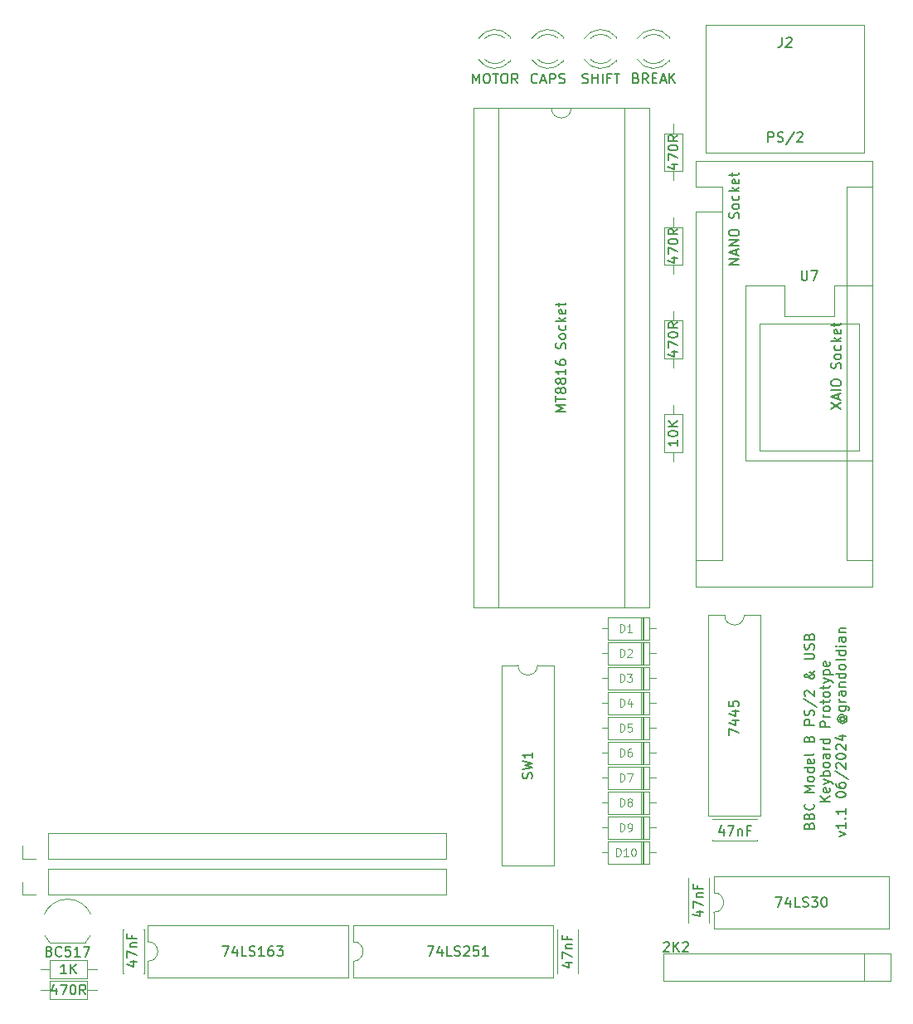
<source format=gbr>
%TF.GenerationSoftware,KiCad,Pcbnew,8.0.1*%
%TF.CreationDate,2024-06-09T23:46:04+01:00*%
%TF.ProjectId,BBC-PS2,4242432d-5053-4322-9e6b-696361645f70,rev?*%
%TF.SameCoordinates,Original*%
%TF.FileFunction,Legend,Top*%
%TF.FilePolarity,Positive*%
%FSLAX46Y46*%
G04 Gerber Fmt 4.6, Leading zero omitted, Abs format (unit mm)*
G04 Created by KiCad (PCBNEW 8.0.1) date 2024-06-09 23:46:04*
%MOMM*%
%LPD*%
G01*
G04 APERTURE LIST*
%ADD10C,0.150000*%
%ADD11C,0.120000*%
G04 APERTURE END LIST*
D10*
X154446065Y-110120238D02*
X154493684Y-109977381D01*
X154493684Y-109977381D02*
X154541303Y-109929762D01*
X154541303Y-109929762D02*
X154636541Y-109882143D01*
X154636541Y-109882143D02*
X154779398Y-109882143D01*
X154779398Y-109882143D02*
X154874636Y-109929762D01*
X154874636Y-109929762D02*
X154922256Y-109977381D01*
X154922256Y-109977381D02*
X154969875Y-110072619D01*
X154969875Y-110072619D02*
X154969875Y-110453571D01*
X154969875Y-110453571D02*
X153969875Y-110453571D01*
X153969875Y-110453571D02*
X153969875Y-110120238D01*
X153969875Y-110120238D02*
X154017494Y-110025000D01*
X154017494Y-110025000D02*
X154065113Y-109977381D01*
X154065113Y-109977381D02*
X154160351Y-109929762D01*
X154160351Y-109929762D02*
X154255589Y-109929762D01*
X154255589Y-109929762D02*
X154350827Y-109977381D01*
X154350827Y-109977381D02*
X154398446Y-110025000D01*
X154398446Y-110025000D02*
X154446065Y-110120238D01*
X154446065Y-110120238D02*
X154446065Y-110453571D01*
X154446065Y-109120238D02*
X154493684Y-108977381D01*
X154493684Y-108977381D02*
X154541303Y-108929762D01*
X154541303Y-108929762D02*
X154636541Y-108882143D01*
X154636541Y-108882143D02*
X154779398Y-108882143D01*
X154779398Y-108882143D02*
X154874636Y-108929762D01*
X154874636Y-108929762D02*
X154922256Y-108977381D01*
X154922256Y-108977381D02*
X154969875Y-109072619D01*
X154969875Y-109072619D02*
X154969875Y-109453571D01*
X154969875Y-109453571D02*
X153969875Y-109453571D01*
X153969875Y-109453571D02*
X153969875Y-109120238D01*
X153969875Y-109120238D02*
X154017494Y-109025000D01*
X154017494Y-109025000D02*
X154065113Y-108977381D01*
X154065113Y-108977381D02*
X154160351Y-108929762D01*
X154160351Y-108929762D02*
X154255589Y-108929762D01*
X154255589Y-108929762D02*
X154350827Y-108977381D01*
X154350827Y-108977381D02*
X154398446Y-109025000D01*
X154398446Y-109025000D02*
X154446065Y-109120238D01*
X154446065Y-109120238D02*
X154446065Y-109453571D01*
X154874636Y-107882143D02*
X154922256Y-107929762D01*
X154922256Y-107929762D02*
X154969875Y-108072619D01*
X154969875Y-108072619D02*
X154969875Y-108167857D01*
X154969875Y-108167857D02*
X154922256Y-108310714D01*
X154922256Y-108310714D02*
X154827017Y-108405952D01*
X154827017Y-108405952D02*
X154731779Y-108453571D01*
X154731779Y-108453571D02*
X154541303Y-108501190D01*
X154541303Y-108501190D02*
X154398446Y-108501190D01*
X154398446Y-108501190D02*
X154207970Y-108453571D01*
X154207970Y-108453571D02*
X154112732Y-108405952D01*
X154112732Y-108405952D02*
X154017494Y-108310714D01*
X154017494Y-108310714D02*
X153969875Y-108167857D01*
X153969875Y-108167857D02*
X153969875Y-108072619D01*
X153969875Y-108072619D02*
X154017494Y-107929762D01*
X154017494Y-107929762D02*
X154065113Y-107882143D01*
X154969875Y-106691666D02*
X153969875Y-106691666D01*
X153969875Y-106691666D02*
X154684160Y-106358333D01*
X154684160Y-106358333D02*
X153969875Y-106025000D01*
X153969875Y-106025000D02*
X154969875Y-106025000D01*
X154969875Y-105405952D02*
X154922256Y-105501190D01*
X154922256Y-105501190D02*
X154874636Y-105548809D01*
X154874636Y-105548809D02*
X154779398Y-105596428D01*
X154779398Y-105596428D02*
X154493684Y-105596428D01*
X154493684Y-105596428D02*
X154398446Y-105548809D01*
X154398446Y-105548809D02*
X154350827Y-105501190D01*
X154350827Y-105501190D02*
X154303208Y-105405952D01*
X154303208Y-105405952D02*
X154303208Y-105263095D01*
X154303208Y-105263095D02*
X154350827Y-105167857D01*
X154350827Y-105167857D02*
X154398446Y-105120238D01*
X154398446Y-105120238D02*
X154493684Y-105072619D01*
X154493684Y-105072619D02*
X154779398Y-105072619D01*
X154779398Y-105072619D02*
X154874636Y-105120238D01*
X154874636Y-105120238D02*
X154922256Y-105167857D01*
X154922256Y-105167857D02*
X154969875Y-105263095D01*
X154969875Y-105263095D02*
X154969875Y-105405952D01*
X154969875Y-104215476D02*
X153969875Y-104215476D01*
X154922256Y-104215476D02*
X154969875Y-104310714D01*
X154969875Y-104310714D02*
X154969875Y-104501190D01*
X154969875Y-104501190D02*
X154922256Y-104596428D01*
X154922256Y-104596428D02*
X154874636Y-104644047D01*
X154874636Y-104644047D02*
X154779398Y-104691666D01*
X154779398Y-104691666D02*
X154493684Y-104691666D01*
X154493684Y-104691666D02*
X154398446Y-104644047D01*
X154398446Y-104644047D02*
X154350827Y-104596428D01*
X154350827Y-104596428D02*
X154303208Y-104501190D01*
X154303208Y-104501190D02*
X154303208Y-104310714D01*
X154303208Y-104310714D02*
X154350827Y-104215476D01*
X154922256Y-103358333D02*
X154969875Y-103453571D01*
X154969875Y-103453571D02*
X154969875Y-103644047D01*
X154969875Y-103644047D02*
X154922256Y-103739285D01*
X154922256Y-103739285D02*
X154827017Y-103786904D01*
X154827017Y-103786904D02*
X154446065Y-103786904D01*
X154446065Y-103786904D02*
X154350827Y-103739285D01*
X154350827Y-103739285D02*
X154303208Y-103644047D01*
X154303208Y-103644047D02*
X154303208Y-103453571D01*
X154303208Y-103453571D02*
X154350827Y-103358333D01*
X154350827Y-103358333D02*
X154446065Y-103310714D01*
X154446065Y-103310714D02*
X154541303Y-103310714D01*
X154541303Y-103310714D02*
X154636541Y-103786904D01*
X154969875Y-102739285D02*
X154922256Y-102834523D01*
X154922256Y-102834523D02*
X154827017Y-102882142D01*
X154827017Y-102882142D02*
X153969875Y-102882142D01*
X154446065Y-101263094D02*
X154493684Y-101120237D01*
X154493684Y-101120237D02*
X154541303Y-101072618D01*
X154541303Y-101072618D02*
X154636541Y-101024999D01*
X154636541Y-101024999D02*
X154779398Y-101024999D01*
X154779398Y-101024999D02*
X154874636Y-101072618D01*
X154874636Y-101072618D02*
X154922256Y-101120237D01*
X154922256Y-101120237D02*
X154969875Y-101215475D01*
X154969875Y-101215475D02*
X154969875Y-101596427D01*
X154969875Y-101596427D02*
X153969875Y-101596427D01*
X153969875Y-101596427D02*
X153969875Y-101263094D01*
X153969875Y-101263094D02*
X154017494Y-101167856D01*
X154017494Y-101167856D02*
X154065113Y-101120237D01*
X154065113Y-101120237D02*
X154160351Y-101072618D01*
X154160351Y-101072618D02*
X154255589Y-101072618D01*
X154255589Y-101072618D02*
X154350827Y-101120237D01*
X154350827Y-101120237D02*
X154398446Y-101167856D01*
X154398446Y-101167856D02*
X154446065Y-101263094D01*
X154446065Y-101263094D02*
X154446065Y-101596427D01*
X154969875Y-99834522D02*
X153969875Y-99834522D01*
X153969875Y-99834522D02*
X153969875Y-99453570D01*
X153969875Y-99453570D02*
X154017494Y-99358332D01*
X154017494Y-99358332D02*
X154065113Y-99310713D01*
X154065113Y-99310713D02*
X154160351Y-99263094D01*
X154160351Y-99263094D02*
X154303208Y-99263094D01*
X154303208Y-99263094D02*
X154398446Y-99310713D01*
X154398446Y-99310713D02*
X154446065Y-99358332D01*
X154446065Y-99358332D02*
X154493684Y-99453570D01*
X154493684Y-99453570D02*
X154493684Y-99834522D01*
X154922256Y-98882141D02*
X154969875Y-98739284D01*
X154969875Y-98739284D02*
X154969875Y-98501189D01*
X154969875Y-98501189D02*
X154922256Y-98405951D01*
X154922256Y-98405951D02*
X154874636Y-98358332D01*
X154874636Y-98358332D02*
X154779398Y-98310713D01*
X154779398Y-98310713D02*
X154684160Y-98310713D01*
X154684160Y-98310713D02*
X154588922Y-98358332D01*
X154588922Y-98358332D02*
X154541303Y-98405951D01*
X154541303Y-98405951D02*
X154493684Y-98501189D01*
X154493684Y-98501189D02*
X154446065Y-98691665D01*
X154446065Y-98691665D02*
X154398446Y-98786903D01*
X154398446Y-98786903D02*
X154350827Y-98834522D01*
X154350827Y-98834522D02*
X154255589Y-98882141D01*
X154255589Y-98882141D02*
X154160351Y-98882141D01*
X154160351Y-98882141D02*
X154065113Y-98834522D01*
X154065113Y-98834522D02*
X154017494Y-98786903D01*
X154017494Y-98786903D02*
X153969875Y-98691665D01*
X153969875Y-98691665D02*
X153969875Y-98453570D01*
X153969875Y-98453570D02*
X154017494Y-98310713D01*
X153922256Y-97167856D02*
X155207970Y-98024998D01*
X154065113Y-96882141D02*
X154017494Y-96834522D01*
X154017494Y-96834522D02*
X153969875Y-96739284D01*
X153969875Y-96739284D02*
X153969875Y-96501189D01*
X153969875Y-96501189D02*
X154017494Y-96405951D01*
X154017494Y-96405951D02*
X154065113Y-96358332D01*
X154065113Y-96358332D02*
X154160351Y-96310713D01*
X154160351Y-96310713D02*
X154255589Y-96310713D01*
X154255589Y-96310713D02*
X154398446Y-96358332D01*
X154398446Y-96358332D02*
X154969875Y-96929760D01*
X154969875Y-96929760D02*
X154969875Y-96310713D01*
X154969875Y-94310712D02*
X154969875Y-94358332D01*
X154969875Y-94358332D02*
X154922256Y-94453570D01*
X154922256Y-94453570D02*
X154779398Y-94596427D01*
X154779398Y-94596427D02*
X154493684Y-94834522D01*
X154493684Y-94834522D02*
X154350827Y-94929760D01*
X154350827Y-94929760D02*
X154207970Y-94977379D01*
X154207970Y-94977379D02*
X154112732Y-94977379D01*
X154112732Y-94977379D02*
X154017494Y-94929760D01*
X154017494Y-94929760D02*
X153969875Y-94834522D01*
X153969875Y-94834522D02*
X153969875Y-94786903D01*
X153969875Y-94786903D02*
X154017494Y-94691665D01*
X154017494Y-94691665D02*
X154112732Y-94644046D01*
X154112732Y-94644046D02*
X154160351Y-94644046D01*
X154160351Y-94644046D02*
X154255589Y-94691665D01*
X154255589Y-94691665D02*
X154303208Y-94739284D01*
X154303208Y-94739284D02*
X154493684Y-95024998D01*
X154493684Y-95024998D02*
X154541303Y-95072617D01*
X154541303Y-95072617D02*
X154636541Y-95120236D01*
X154636541Y-95120236D02*
X154779398Y-95120236D01*
X154779398Y-95120236D02*
X154874636Y-95072617D01*
X154874636Y-95072617D02*
X154922256Y-95024998D01*
X154922256Y-95024998D02*
X154969875Y-94929760D01*
X154969875Y-94929760D02*
X154969875Y-94786903D01*
X154969875Y-94786903D02*
X154922256Y-94691665D01*
X154922256Y-94691665D02*
X154874636Y-94644046D01*
X154874636Y-94644046D02*
X154684160Y-94501189D01*
X154684160Y-94501189D02*
X154541303Y-94453570D01*
X154541303Y-94453570D02*
X154446065Y-94453570D01*
X153969875Y-93120236D02*
X154779398Y-93120236D01*
X154779398Y-93120236D02*
X154874636Y-93072617D01*
X154874636Y-93072617D02*
X154922256Y-93024998D01*
X154922256Y-93024998D02*
X154969875Y-92929760D01*
X154969875Y-92929760D02*
X154969875Y-92739284D01*
X154969875Y-92739284D02*
X154922256Y-92644046D01*
X154922256Y-92644046D02*
X154874636Y-92596427D01*
X154874636Y-92596427D02*
X154779398Y-92548808D01*
X154779398Y-92548808D02*
X153969875Y-92548808D01*
X154922256Y-92120236D02*
X154969875Y-91977379D01*
X154969875Y-91977379D02*
X154969875Y-91739284D01*
X154969875Y-91739284D02*
X154922256Y-91644046D01*
X154922256Y-91644046D02*
X154874636Y-91596427D01*
X154874636Y-91596427D02*
X154779398Y-91548808D01*
X154779398Y-91548808D02*
X154684160Y-91548808D01*
X154684160Y-91548808D02*
X154588922Y-91596427D01*
X154588922Y-91596427D02*
X154541303Y-91644046D01*
X154541303Y-91644046D02*
X154493684Y-91739284D01*
X154493684Y-91739284D02*
X154446065Y-91929760D01*
X154446065Y-91929760D02*
X154398446Y-92024998D01*
X154398446Y-92024998D02*
X154350827Y-92072617D01*
X154350827Y-92072617D02*
X154255589Y-92120236D01*
X154255589Y-92120236D02*
X154160351Y-92120236D01*
X154160351Y-92120236D02*
X154065113Y-92072617D01*
X154065113Y-92072617D02*
X154017494Y-92024998D01*
X154017494Y-92024998D02*
X153969875Y-91929760D01*
X153969875Y-91929760D02*
X153969875Y-91691665D01*
X153969875Y-91691665D02*
X154017494Y-91548808D01*
X154446065Y-90786903D02*
X154493684Y-90644046D01*
X154493684Y-90644046D02*
X154541303Y-90596427D01*
X154541303Y-90596427D02*
X154636541Y-90548808D01*
X154636541Y-90548808D02*
X154779398Y-90548808D01*
X154779398Y-90548808D02*
X154874636Y-90596427D01*
X154874636Y-90596427D02*
X154922256Y-90644046D01*
X154922256Y-90644046D02*
X154969875Y-90739284D01*
X154969875Y-90739284D02*
X154969875Y-91120236D01*
X154969875Y-91120236D02*
X153969875Y-91120236D01*
X153969875Y-91120236D02*
X153969875Y-90786903D01*
X153969875Y-90786903D02*
X154017494Y-90691665D01*
X154017494Y-90691665D02*
X154065113Y-90644046D01*
X154065113Y-90644046D02*
X154160351Y-90596427D01*
X154160351Y-90596427D02*
X154255589Y-90596427D01*
X154255589Y-90596427D02*
X154350827Y-90644046D01*
X154350827Y-90644046D02*
X154398446Y-90691665D01*
X154398446Y-90691665D02*
X154446065Y-90786903D01*
X154446065Y-90786903D02*
X154446065Y-91120236D01*
X156579819Y-107644048D02*
X155579819Y-107644048D01*
X156579819Y-107072620D02*
X156008390Y-107501191D01*
X155579819Y-107072620D02*
X156151247Y-107644048D01*
X156532200Y-106263096D02*
X156579819Y-106358334D01*
X156579819Y-106358334D02*
X156579819Y-106548810D01*
X156579819Y-106548810D02*
X156532200Y-106644048D01*
X156532200Y-106644048D02*
X156436961Y-106691667D01*
X156436961Y-106691667D02*
X156056009Y-106691667D01*
X156056009Y-106691667D02*
X155960771Y-106644048D01*
X155960771Y-106644048D02*
X155913152Y-106548810D01*
X155913152Y-106548810D02*
X155913152Y-106358334D01*
X155913152Y-106358334D02*
X155960771Y-106263096D01*
X155960771Y-106263096D02*
X156056009Y-106215477D01*
X156056009Y-106215477D02*
X156151247Y-106215477D01*
X156151247Y-106215477D02*
X156246485Y-106691667D01*
X155913152Y-105882143D02*
X156579819Y-105644048D01*
X155913152Y-105405953D02*
X156579819Y-105644048D01*
X156579819Y-105644048D02*
X156817914Y-105739286D01*
X156817914Y-105739286D02*
X156865533Y-105786905D01*
X156865533Y-105786905D02*
X156913152Y-105882143D01*
X156579819Y-105025000D02*
X155579819Y-105025000D01*
X155960771Y-105025000D02*
X155913152Y-104929762D01*
X155913152Y-104929762D02*
X155913152Y-104739286D01*
X155913152Y-104739286D02*
X155960771Y-104644048D01*
X155960771Y-104644048D02*
X156008390Y-104596429D01*
X156008390Y-104596429D02*
X156103628Y-104548810D01*
X156103628Y-104548810D02*
X156389342Y-104548810D01*
X156389342Y-104548810D02*
X156484580Y-104596429D01*
X156484580Y-104596429D02*
X156532200Y-104644048D01*
X156532200Y-104644048D02*
X156579819Y-104739286D01*
X156579819Y-104739286D02*
X156579819Y-104929762D01*
X156579819Y-104929762D02*
X156532200Y-105025000D01*
X156579819Y-103977381D02*
X156532200Y-104072619D01*
X156532200Y-104072619D02*
X156484580Y-104120238D01*
X156484580Y-104120238D02*
X156389342Y-104167857D01*
X156389342Y-104167857D02*
X156103628Y-104167857D01*
X156103628Y-104167857D02*
X156008390Y-104120238D01*
X156008390Y-104120238D02*
X155960771Y-104072619D01*
X155960771Y-104072619D02*
X155913152Y-103977381D01*
X155913152Y-103977381D02*
X155913152Y-103834524D01*
X155913152Y-103834524D02*
X155960771Y-103739286D01*
X155960771Y-103739286D02*
X156008390Y-103691667D01*
X156008390Y-103691667D02*
X156103628Y-103644048D01*
X156103628Y-103644048D02*
X156389342Y-103644048D01*
X156389342Y-103644048D02*
X156484580Y-103691667D01*
X156484580Y-103691667D02*
X156532200Y-103739286D01*
X156532200Y-103739286D02*
X156579819Y-103834524D01*
X156579819Y-103834524D02*
X156579819Y-103977381D01*
X156579819Y-102786905D02*
X156056009Y-102786905D01*
X156056009Y-102786905D02*
X155960771Y-102834524D01*
X155960771Y-102834524D02*
X155913152Y-102929762D01*
X155913152Y-102929762D02*
X155913152Y-103120238D01*
X155913152Y-103120238D02*
X155960771Y-103215476D01*
X156532200Y-102786905D02*
X156579819Y-102882143D01*
X156579819Y-102882143D02*
X156579819Y-103120238D01*
X156579819Y-103120238D02*
X156532200Y-103215476D01*
X156532200Y-103215476D02*
X156436961Y-103263095D01*
X156436961Y-103263095D02*
X156341723Y-103263095D01*
X156341723Y-103263095D02*
X156246485Y-103215476D01*
X156246485Y-103215476D02*
X156198866Y-103120238D01*
X156198866Y-103120238D02*
X156198866Y-102882143D01*
X156198866Y-102882143D02*
X156151247Y-102786905D01*
X156579819Y-102310714D02*
X155913152Y-102310714D01*
X156103628Y-102310714D02*
X156008390Y-102263095D01*
X156008390Y-102263095D02*
X155960771Y-102215476D01*
X155960771Y-102215476D02*
X155913152Y-102120238D01*
X155913152Y-102120238D02*
X155913152Y-102025000D01*
X156579819Y-101263095D02*
X155579819Y-101263095D01*
X156532200Y-101263095D02*
X156579819Y-101358333D01*
X156579819Y-101358333D02*
X156579819Y-101548809D01*
X156579819Y-101548809D02*
X156532200Y-101644047D01*
X156532200Y-101644047D02*
X156484580Y-101691666D01*
X156484580Y-101691666D02*
X156389342Y-101739285D01*
X156389342Y-101739285D02*
X156103628Y-101739285D01*
X156103628Y-101739285D02*
X156008390Y-101691666D01*
X156008390Y-101691666D02*
X155960771Y-101644047D01*
X155960771Y-101644047D02*
X155913152Y-101548809D01*
X155913152Y-101548809D02*
X155913152Y-101358333D01*
X155913152Y-101358333D02*
X155960771Y-101263095D01*
X156579819Y-100024999D02*
X155579819Y-100024999D01*
X155579819Y-100024999D02*
X155579819Y-99644047D01*
X155579819Y-99644047D02*
X155627438Y-99548809D01*
X155627438Y-99548809D02*
X155675057Y-99501190D01*
X155675057Y-99501190D02*
X155770295Y-99453571D01*
X155770295Y-99453571D02*
X155913152Y-99453571D01*
X155913152Y-99453571D02*
X156008390Y-99501190D01*
X156008390Y-99501190D02*
X156056009Y-99548809D01*
X156056009Y-99548809D02*
X156103628Y-99644047D01*
X156103628Y-99644047D02*
X156103628Y-100024999D01*
X156579819Y-99024999D02*
X155913152Y-99024999D01*
X156103628Y-99024999D02*
X156008390Y-98977380D01*
X156008390Y-98977380D02*
X155960771Y-98929761D01*
X155960771Y-98929761D02*
X155913152Y-98834523D01*
X155913152Y-98834523D02*
X155913152Y-98739285D01*
X156579819Y-98263094D02*
X156532200Y-98358332D01*
X156532200Y-98358332D02*
X156484580Y-98405951D01*
X156484580Y-98405951D02*
X156389342Y-98453570D01*
X156389342Y-98453570D02*
X156103628Y-98453570D01*
X156103628Y-98453570D02*
X156008390Y-98405951D01*
X156008390Y-98405951D02*
X155960771Y-98358332D01*
X155960771Y-98358332D02*
X155913152Y-98263094D01*
X155913152Y-98263094D02*
X155913152Y-98120237D01*
X155913152Y-98120237D02*
X155960771Y-98024999D01*
X155960771Y-98024999D02*
X156008390Y-97977380D01*
X156008390Y-97977380D02*
X156103628Y-97929761D01*
X156103628Y-97929761D02*
X156389342Y-97929761D01*
X156389342Y-97929761D02*
X156484580Y-97977380D01*
X156484580Y-97977380D02*
X156532200Y-98024999D01*
X156532200Y-98024999D02*
X156579819Y-98120237D01*
X156579819Y-98120237D02*
X156579819Y-98263094D01*
X155913152Y-97644046D02*
X155913152Y-97263094D01*
X155579819Y-97501189D02*
X156436961Y-97501189D01*
X156436961Y-97501189D02*
X156532200Y-97453570D01*
X156532200Y-97453570D02*
X156579819Y-97358332D01*
X156579819Y-97358332D02*
X156579819Y-97263094D01*
X156579819Y-96786903D02*
X156532200Y-96882141D01*
X156532200Y-96882141D02*
X156484580Y-96929760D01*
X156484580Y-96929760D02*
X156389342Y-96977379D01*
X156389342Y-96977379D02*
X156103628Y-96977379D01*
X156103628Y-96977379D02*
X156008390Y-96929760D01*
X156008390Y-96929760D02*
X155960771Y-96882141D01*
X155960771Y-96882141D02*
X155913152Y-96786903D01*
X155913152Y-96786903D02*
X155913152Y-96644046D01*
X155913152Y-96644046D02*
X155960771Y-96548808D01*
X155960771Y-96548808D02*
X156008390Y-96501189D01*
X156008390Y-96501189D02*
X156103628Y-96453570D01*
X156103628Y-96453570D02*
X156389342Y-96453570D01*
X156389342Y-96453570D02*
X156484580Y-96501189D01*
X156484580Y-96501189D02*
X156532200Y-96548808D01*
X156532200Y-96548808D02*
X156579819Y-96644046D01*
X156579819Y-96644046D02*
X156579819Y-96786903D01*
X155913152Y-96167855D02*
X155913152Y-95786903D01*
X155579819Y-96024998D02*
X156436961Y-96024998D01*
X156436961Y-96024998D02*
X156532200Y-95977379D01*
X156532200Y-95977379D02*
X156579819Y-95882141D01*
X156579819Y-95882141D02*
X156579819Y-95786903D01*
X155913152Y-95548807D02*
X156579819Y-95310712D01*
X155913152Y-95072617D02*
X156579819Y-95310712D01*
X156579819Y-95310712D02*
X156817914Y-95405950D01*
X156817914Y-95405950D02*
X156865533Y-95453569D01*
X156865533Y-95453569D02*
X156913152Y-95548807D01*
X155913152Y-94691664D02*
X156913152Y-94691664D01*
X155960771Y-94691664D02*
X155913152Y-94596426D01*
X155913152Y-94596426D02*
X155913152Y-94405950D01*
X155913152Y-94405950D02*
X155960771Y-94310712D01*
X155960771Y-94310712D02*
X156008390Y-94263093D01*
X156008390Y-94263093D02*
X156103628Y-94215474D01*
X156103628Y-94215474D02*
X156389342Y-94215474D01*
X156389342Y-94215474D02*
X156484580Y-94263093D01*
X156484580Y-94263093D02*
X156532200Y-94310712D01*
X156532200Y-94310712D02*
X156579819Y-94405950D01*
X156579819Y-94405950D02*
X156579819Y-94596426D01*
X156579819Y-94596426D02*
X156532200Y-94691664D01*
X156532200Y-93405950D02*
X156579819Y-93501188D01*
X156579819Y-93501188D02*
X156579819Y-93691664D01*
X156579819Y-93691664D02*
X156532200Y-93786902D01*
X156532200Y-93786902D02*
X156436961Y-93834521D01*
X156436961Y-93834521D02*
X156056009Y-93834521D01*
X156056009Y-93834521D02*
X155960771Y-93786902D01*
X155960771Y-93786902D02*
X155913152Y-93691664D01*
X155913152Y-93691664D02*
X155913152Y-93501188D01*
X155913152Y-93501188D02*
X155960771Y-93405950D01*
X155960771Y-93405950D02*
X156056009Y-93358331D01*
X156056009Y-93358331D02*
X156151247Y-93358331D01*
X156151247Y-93358331D02*
X156246485Y-93834521D01*
X157523096Y-111167857D02*
X158189763Y-110929762D01*
X158189763Y-110929762D02*
X157523096Y-110691667D01*
X158189763Y-109786905D02*
X158189763Y-110358333D01*
X158189763Y-110072619D02*
X157189763Y-110072619D01*
X157189763Y-110072619D02*
X157332620Y-110167857D01*
X157332620Y-110167857D02*
X157427858Y-110263095D01*
X157427858Y-110263095D02*
X157475477Y-110358333D01*
X158094524Y-109358333D02*
X158142144Y-109310714D01*
X158142144Y-109310714D02*
X158189763Y-109358333D01*
X158189763Y-109358333D02*
X158142144Y-109405952D01*
X158142144Y-109405952D02*
X158094524Y-109358333D01*
X158094524Y-109358333D02*
X158189763Y-109358333D01*
X158189763Y-108358334D02*
X158189763Y-108929762D01*
X158189763Y-108644048D02*
X157189763Y-108644048D01*
X157189763Y-108644048D02*
X157332620Y-108739286D01*
X157332620Y-108739286D02*
X157427858Y-108834524D01*
X157427858Y-108834524D02*
X157475477Y-108929762D01*
X157189763Y-106977381D02*
X157189763Y-106882143D01*
X157189763Y-106882143D02*
X157237382Y-106786905D01*
X157237382Y-106786905D02*
X157285001Y-106739286D01*
X157285001Y-106739286D02*
X157380239Y-106691667D01*
X157380239Y-106691667D02*
X157570715Y-106644048D01*
X157570715Y-106644048D02*
X157808810Y-106644048D01*
X157808810Y-106644048D02*
X157999286Y-106691667D01*
X157999286Y-106691667D02*
X158094524Y-106739286D01*
X158094524Y-106739286D02*
X158142144Y-106786905D01*
X158142144Y-106786905D02*
X158189763Y-106882143D01*
X158189763Y-106882143D02*
X158189763Y-106977381D01*
X158189763Y-106977381D02*
X158142144Y-107072619D01*
X158142144Y-107072619D02*
X158094524Y-107120238D01*
X158094524Y-107120238D02*
X157999286Y-107167857D01*
X157999286Y-107167857D02*
X157808810Y-107215476D01*
X157808810Y-107215476D02*
X157570715Y-107215476D01*
X157570715Y-107215476D02*
X157380239Y-107167857D01*
X157380239Y-107167857D02*
X157285001Y-107120238D01*
X157285001Y-107120238D02*
X157237382Y-107072619D01*
X157237382Y-107072619D02*
X157189763Y-106977381D01*
X157189763Y-105786905D02*
X157189763Y-105977381D01*
X157189763Y-105977381D02*
X157237382Y-106072619D01*
X157237382Y-106072619D02*
X157285001Y-106120238D01*
X157285001Y-106120238D02*
X157427858Y-106215476D01*
X157427858Y-106215476D02*
X157618334Y-106263095D01*
X157618334Y-106263095D02*
X157999286Y-106263095D01*
X157999286Y-106263095D02*
X158094524Y-106215476D01*
X158094524Y-106215476D02*
X158142144Y-106167857D01*
X158142144Y-106167857D02*
X158189763Y-106072619D01*
X158189763Y-106072619D02*
X158189763Y-105882143D01*
X158189763Y-105882143D02*
X158142144Y-105786905D01*
X158142144Y-105786905D02*
X158094524Y-105739286D01*
X158094524Y-105739286D02*
X157999286Y-105691667D01*
X157999286Y-105691667D02*
X157761191Y-105691667D01*
X157761191Y-105691667D02*
X157665953Y-105739286D01*
X157665953Y-105739286D02*
X157618334Y-105786905D01*
X157618334Y-105786905D02*
X157570715Y-105882143D01*
X157570715Y-105882143D02*
X157570715Y-106072619D01*
X157570715Y-106072619D02*
X157618334Y-106167857D01*
X157618334Y-106167857D02*
X157665953Y-106215476D01*
X157665953Y-106215476D02*
X157761191Y-106263095D01*
X157142144Y-104548810D02*
X158427858Y-105405952D01*
X157285001Y-104263095D02*
X157237382Y-104215476D01*
X157237382Y-104215476D02*
X157189763Y-104120238D01*
X157189763Y-104120238D02*
X157189763Y-103882143D01*
X157189763Y-103882143D02*
X157237382Y-103786905D01*
X157237382Y-103786905D02*
X157285001Y-103739286D01*
X157285001Y-103739286D02*
X157380239Y-103691667D01*
X157380239Y-103691667D02*
X157475477Y-103691667D01*
X157475477Y-103691667D02*
X157618334Y-103739286D01*
X157618334Y-103739286D02*
X158189763Y-104310714D01*
X158189763Y-104310714D02*
X158189763Y-103691667D01*
X157189763Y-103072619D02*
X157189763Y-102977381D01*
X157189763Y-102977381D02*
X157237382Y-102882143D01*
X157237382Y-102882143D02*
X157285001Y-102834524D01*
X157285001Y-102834524D02*
X157380239Y-102786905D01*
X157380239Y-102786905D02*
X157570715Y-102739286D01*
X157570715Y-102739286D02*
X157808810Y-102739286D01*
X157808810Y-102739286D02*
X157999286Y-102786905D01*
X157999286Y-102786905D02*
X158094524Y-102834524D01*
X158094524Y-102834524D02*
X158142144Y-102882143D01*
X158142144Y-102882143D02*
X158189763Y-102977381D01*
X158189763Y-102977381D02*
X158189763Y-103072619D01*
X158189763Y-103072619D02*
X158142144Y-103167857D01*
X158142144Y-103167857D02*
X158094524Y-103215476D01*
X158094524Y-103215476D02*
X157999286Y-103263095D01*
X157999286Y-103263095D02*
X157808810Y-103310714D01*
X157808810Y-103310714D02*
X157570715Y-103310714D01*
X157570715Y-103310714D02*
X157380239Y-103263095D01*
X157380239Y-103263095D02*
X157285001Y-103215476D01*
X157285001Y-103215476D02*
X157237382Y-103167857D01*
X157237382Y-103167857D02*
X157189763Y-103072619D01*
X157285001Y-102358333D02*
X157237382Y-102310714D01*
X157237382Y-102310714D02*
X157189763Y-102215476D01*
X157189763Y-102215476D02*
X157189763Y-101977381D01*
X157189763Y-101977381D02*
X157237382Y-101882143D01*
X157237382Y-101882143D02*
X157285001Y-101834524D01*
X157285001Y-101834524D02*
X157380239Y-101786905D01*
X157380239Y-101786905D02*
X157475477Y-101786905D01*
X157475477Y-101786905D02*
X157618334Y-101834524D01*
X157618334Y-101834524D02*
X158189763Y-102405952D01*
X158189763Y-102405952D02*
X158189763Y-101786905D01*
X157523096Y-100929762D02*
X158189763Y-100929762D01*
X157142144Y-101167857D02*
X157856429Y-101405952D01*
X157856429Y-101405952D02*
X157856429Y-100786905D01*
X157713572Y-99025000D02*
X157665953Y-99072619D01*
X157665953Y-99072619D02*
X157618334Y-99167857D01*
X157618334Y-99167857D02*
X157618334Y-99263095D01*
X157618334Y-99263095D02*
X157665953Y-99358333D01*
X157665953Y-99358333D02*
X157713572Y-99405952D01*
X157713572Y-99405952D02*
X157808810Y-99453571D01*
X157808810Y-99453571D02*
X157904048Y-99453571D01*
X157904048Y-99453571D02*
X157999286Y-99405952D01*
X157999286Y-99405952D02*
X158046905Y-99358333D01*
X158046905Y-99358333D02*
X158094524Y-99263095D01*
X158094524Y-99263095D02*
X158094524Y-99167857D01*
X158094524Y-99167857D02*
X158046905Y-99072619D01*
X158046905Y-99072619D02*
X157999286Y-99025000D01*
X157618334Y-99025000D02*
X157999286Y-99025000D01*
X157999286Y-99025000D02*
X158046905Y-98977381D01*
X158046905Y-98977381D02*
X158046905Y-98929762D01*
X158046905Y-98929762D02*
X157999286Y-98834523D01*
X157999286Y-98834523D02*
X157904048Y-98786904D01*
X157904048Y-98786904D02*
X157665953Y-98786904D01*
X157665953Y-98786904D02*
X157523096Y-98882143D01*
X157523096Y-98882143D02*
X157427858Y-99025000D01*
X157427858Y-99025000D02*
X157380239Y-99215476D01*
X157380239Y-99215476D02*
X157427858Y-99405952D01*
X157427858Y-99405952D02*
X157523096Y-99548809D01*
X157523096Y-99548809D02*
X157665953Y-99644047D01*
X157665953Y-99644047D02*
X157856429Y-99691666D01*
X157856429Y-99691666D02*
X158046905Y-99644047D01*
X158046905Y-99644047D02*
X158189763Y-99548809D01*
X158189763Y-99548809D02*
X158285001Y-99405952D01*
X158285001Y-99405952D02*
X158332620Y-99215476D01*
X158332620Y-99215476D02*
X158285001Y-99025000D01*
X158285001Y-99025000D02*
X158189763Y-98882143D01*
X157523096Y-97929762D02*
X158332620Y-97929762D01*
X158332620Y-97929762D02*
X158427858Y-97977381D01*
X158427858Y-97977381D02*
X158475477Y-98025000D01*
X158475477Y-98025000D02*
X158523096Y-98120238D01*
X158523096Y-98120238D02*
X158523096Y-98263095D01*
X158523096Y-98263095D02*
X158475477Y-98358333D01*
X158142144Y-97929762D02*
X158189763Y-98025000D01*
X158189763Y-98025000D02*
X158189763Y-98215476D01*
X158189763Y-98215476D02*
X158142144Y-98310714D01*
X158142144Y-98310714D02*
X158094524Y-98358333D01*
X158094524Y-98358333D02*
X157999286Y-98405952D01*
X157999286Y-98405952D02*
X157713572Y-98405952D01*
X157713572Y-98405952D02*
X157618334Y-98358333D01*
X157618334Y-98358333D02*
X157570715Y-98310714D01*
X157570715Y-98310714D02*
X157523096Y-98215476D01*
X157523096Y-98215476D02*
X157523096Y-98025000D01*
X157523096Y-98025000D02*
X157570715Y-97929762D01*
X158189763Y-97453571D02*
X157523096Y-97453571D01*
X157713572Y-97453571D02*
X157618334Y-97405952D01*
X157618334Y-97405952D02*
X157570715Y-97358333D01*
X157570715Y-97358333D02*
X157523096Y-97263095D01*
X157523096Y-97263095D02*
X157523096Y-97167857D01*
X158189763Y-96405952D02*
X157665953Y-96405952D01*
X157665953Y-96405952D02*
X157570715Y-96453571D01*
X157570715Y-96453571D02*
X157523096Y-96548809D01*
X157523096Y-96548809D02*
X157523096Y-96739285D01*
X157523096Y-96739285D02*
X157570715Y-96834523D01*
X158142144Y-96405952D02*
X158189763Y-96501190D01*
X158189763Y-96501190D02*
X158189763Y-96739285D01*
X158189763Y-96739285D02*
X158142144Y-96834523D01*
X158142144Y-96834523D02*
X158046905Y-96882142D01*
X158046905Y-96882142D02*
X157951667Y-96882142D01*
X157951667Y-96882142D02*
X157856429Y-96834523D01*
X157856429Y-96834523D02*
X157808810Y-96739285D01*
X157808810Y-96739285D02*
X157808810Y-96501190D01*
X157808810Y-96501190D02*
X157761191Y-96405952D01*
X157523096Y-95929761D02*
X158189763Y-95929761D01*
X157618334Y-95929761D02*
X157570715Y-95882142D01*
X157570715Y-95882142D02*
X157523096Y-95786904D01*
X157523096Y-95786904D02*
X157523096Y-95644047D01*
X157523096Y-95644047D02*
X157570715Y-95548809D01*
X157570715Y-95548809D02*
X157665953Y-95501190D01*
X157665953Y-95501190D02*
X158189763Y-95501190D01*
X158189763Y-94596428D02*
X157189763Y-94596428D01*
X158142144Y-94596428D02*
X158189763Y-94691666D01*
X158189763Y-94691666D02*
X158189763Y-94882142D01*
X158189763Y-94882142D02*
X158142144Y-94977380D01*
X158142144Y-94977380D02*
X158094524Y-95024999D01*
X158094524Y-95024999D02*
X157999286Y-95072618D01*
X157999286Y-95072618D02*
X157713572Y-95072618D01*
X157713572Y-95072618D02*
X157618334Y-95024999D01*
X157618334Y-95024999D02*
X157570715Y-94977380D01*
X157570715Y-94977380D02*
X157523096Y-94882142D01*
X157523096Y-94882142D02*
X157523096Y-94691666D01*
X157523096Y-94691666D02*
X157570715Y-94596428D01*
X158189763Y-93977380D02*
X158142144Y-94072618D01*
X158142144Y-94072618D02*
X158094524Y-94120237D01*
X158094524Y-94120237D02*
X157999286Y-94167856D01*
X157999286Y-94167856D02*
X157713572Y-94167856D01*
X157713572Y-94167856D02*
X157618334Y-94120237D01*
X157618334Y-94120237D02*
X157570715Y-94072618D01*
X157570715Y-94072618D02*
X157523096Y-93977380D01*
X157523096Y-93977380D02*
X157523096Y-93834523D01*
X157523096Y-93834523D02*
X157570715Y-93739285D01*
X157570715Y-93739285D02*
X157618334Y-93691666D01*
X157618334Y-93691666D02*
X157713572Y-93644047D01*
X157713572Y-93644047D02*
X157999286Y-93644047D01*
X157999286Y-93644047D02*
X158094524Y-93691666D01*
X158094524Y-93691666D02*
X158142144Y-93739285D01*
X158142144Y-93739285D02*
X158189763Y-93834523D01*
X158189763Y-93834523D02*
X158189763Y-93977380D01*
X158189763Y-93072618D02*
X158142144Y-93167856D01*
X158142144Y-93167856D02*
X158046905Y-93215475D01*
X158046905Y-93215475D02*
X157189763Y-93215475D01*
X158189763Y-92263094D02*
X157189763Y-92263094D01*
X158142144Y-92263094D02*
X158189763Y-92358332D01*
X158189763Y-92358332D02*
X158189763Y-92548808D01*
X158189763Y-92548808D02*
X158142144Y-92644046D01*
X158142144Y-92644046D02*
X158094524Y-92691665D01*
X158094524Y-92691665D02*
X157999286Y-92739284D01*
X157999286Y-92739284D02*
X157713572Y-92739284D01*
X157713572Y-92739284D02*
X157618334Y-92691665D01*
X157618334Y-92691665D02*
X157570715Y-92644046D01*
X157570715Y-92644046D02*
X157523096Y-92548808D01*
X157523096Y-92548808D02*
X157523096Y-92358332D01*
X157523096Y-92358332D02*
X157570715Y-92263094D01*
X158189763Y-91786903D02*
X157523096Y-91786903D01*
X157189763Y-91786903D02*
X157237382Y-91834522D01*
X157237382Y-91834522D02*
X157285001Y-91786903D01*
X157285001Y-91786903D02*
X157237382Y-91739284D01*
X157237382Y-91739284D02*
X157189763Y-91786903D01*
X157189763Y-91786903D02*
X157285001Y-91786903D01*
X158189763Y-90882142D02*
X157665953Y-90882142D01*
X157665953Y-90882142D02*
X157570715Y-90929761D01*
X157570715Y-90929761D02*
X157523096Y-91024999D01*
X157523096Y-91024999D02*
X157523096Y-91215475D01*
X157523096Y-91215475D02*
X157570715Y-91310713D01*
X158142144Y-90882142D02*
X158189763Y-90977380D01*
X158189763Y-90977380D02*
X158189763Y-91215475D01*
X158189763Y-91215475D02*
X158142144Y-91310713D01*
X158142144Y-91310713D02*
X158046905Y-91358332D01*
X158046905Y-91358332D02*
X157951667Y-91358332D01*
X157951667Y-91358332D02*
X157856429Y-91310713D01*
X157856429Y-91310713D02*
X157808810Y-91215475D01*
X157808810Y-91215475D02*
X157808810Y-90977380D01*
X157808810Y-90977380D02*
X157761191Y-90882142D01*
X157523096Y-90405951D02*
X158189763Y-90405951D01*
X157618334Y-90405951D02*
X157570715Y-90358332D01*
X157570715Y-90358332D02*
X157523096Y-90263094D01*
X157523096Y-90263094D02*
X157523096Y-90120237D01*
X157523096Y-90120237D02*
X157570715Y-90024999D01*
X157570715Y-90024999D02*
X157665953Y-89977380D01*
X157665953Y-89977380D02*
X158189763Y-89977380D01*
X147294819Y-52851047D02*
X146294819Y-52851047D01*
X146294819Y-52851047D02*
X147294819Y-52279619D01*
X147294819Y-52279619D02*
X146294819Y-52279619D01*
X147009104Y-51851047D02*
X147009104Y-51374857D01*
X147294819Y-51946285D02*
X146294819Y-51612952D01*
X146294819Y-51612952D02*
X147294819Y-51279619D01*
X147294819Y-50946285D02*
X146294819Y-50946285D01*
X146294819Y-50946285D02*
X147294819Y-50374857D01*
X147294819Y-50374857D02*
X146294819Y-50374857D01*
X146294819Y-49708190D02*
X146294819Y-49517714D01*
X146294819Y-49517714D02*
X146342438Y-49422476D01*
X146342438Y-49422476D02*
X146437676Y-49327238D01*
X146437676Y-49327238D02*
X146628152Y-49279619D01*
X146628152Y-49279619D02*
X146961485Y-49279619D01*
X146961485Y-49279619D02*
X147151961Y-49327238D01*
X147151961Y-49327238D02*
X147247200Y-49422476D01*
X147247200Y-49422476D02*
X147294819Y-49517714D01*
X147294819Y-49517714D02*
X147294819Y-49708190D01*
X147294819Y-49708190D02*
X147247200Y-49803428D01*
X147247200Y-49803428D02*
X147151961Y-49898666D01*
X147151961Y-49898666D02*
X146961485Y-49946285D01*
X146961485Y-49946285D02*
X146628152Y-49946285D01*
X146628152Y-49946285D02*
X146437676Y-49898666D01*
X146437676Y-49898666D02*
X146342438Y-49803428D01*
X146342438Y-49803428D02*
X146294819Y-49708190D01*
X147247200Y-48136761D02*
X147294819Y-47993904D01*
X147294819Y-47993904D02*
X147294819Y-47755809D01*
X147294819Y-47755809D02*
X147247200Y-47660571D01*
X147247200Y-47660571D02*
X147199580Y-47612952D01*
X147199580Y-47612952D02*
X147104342Y-47565333D01*
X147104342Y-47565333D02*
X147009104Y-47565333D01*
X147009104Y-47565333D02*
X146913866Y-47612952D01*
X146913866Y-47612952D02*
X146866247Y-47660571D01*
X146866247Y-47660571D02*
X146818628Y-47755809D01*
X146818628Y-47755809D02*
X146771009Y-47946285D01*
X146771009Y-47946285D02*
X146723390Y-48041523D01*
X146723390Y-48041523D02*
X146675771Y-48089142D01*
X146675771Y-48089142D02*
X146580533Y-48136761D01*
X146580533Y-48136761D02*
X146485295Y-48136761D01*
X146485295Y-48136761D02*
X146390057Y-48089142D01*
X146390057Y-48089142D02*
X146342438Y-48041523D01*
X146342438Y-48041523D02*
X146294819Y-47946285D01*
X146294819Y-47946285D02*
X146294819Y-47708190D01*
X146294819Y-47708190D02*
X146342438Y-47565333D01*
X147294819Y-46993904D02*
X147247200Y-47089142D01*
X147247200Y-47089142D02*
X147199580Y-47136761D01*
X147199580Y-47136761D02*
X147104342Y-47184380D01*
X147104342Y-47184380D02*
X146818628Y-47184380D01*
X146818628Y-47184380D02*
X146723390Y-47136761D01*
X146723390Y-47136761D02*
X146675771Y-47089142D01*
X146675771Y-47089142D02*
X146628152Y-46993904D01*
X146628152Y-46993904D02*
X146628152Y-46851047D01*
X146628152Y-46851047D02*
X146675771Y-46755809D01*
X146675771Y-46755809D02*
X146723390Y-46708190D01*
X146723390Y-46708190D02*
X146818628Y-46660571D01*
X146818628Y-46660571D02*
X147104342Y-46660571D01*
X147104342Y-46660571D02*
X147199580Y-46708190D01*
X147199580Y-46708190D02*
X147247200Y-46755809D01*
X147247200Y-46755809D02*
X147294819Y-46851047D01*
X147294819Y-46851047D02*
X147294819Y-46993904D01*
X147247200Y-45803428D02*
X147294819Y-45898666D01*
X147294819Y-45898666D02*
X147294819Y-46089142D01*
X147294819Y-46089142D02*
X147247200Y-46184380D01*
X147247200Y-46184380D02*
X147199580Y-46231999D01*
X147199580Y-46231999D02*
X147104342Y-46279618D01*
X147104342Y-46279618D02*
X146818628Y-46279618D01*
X146818628Y-46279618D02*
X146723390Y-46231999D01*
X146723390Y-46231999D02*
X146675771Y-46184380D01*
X146675771Y-46184380D02*
X146628152Y-46089142D01*
X146628152Y-46089142D02*
X146628152Y-45898666D01*
X146628152Y-45898666D02*
X146675771Y-45803428D01*
X147294819Y-45374856D02*
X146294819Y-45374856D01*
X146913866Y-45279618D02*
X147294819Y-44993904D01*
X146628152Y-44993904D02*
X147009104Y-45374856D01*
X147247200Y-44184380D02*
X147294819Y-44279618D01*
X147294819Y-44279618D02*
X147294819Y-44470094D01*
X147294819Y-44470094D02*
X147247200Y-44565332D01*
X147247200Y-44565332D02*
X147151961Y-44612951D01*
X147151961Y-44612951D02*
X146771009Y-44612951D01*
X146771009Y-44612951D02*
X146675771Y-44565332D01*
X146675771Y-44565332D02*
X146628152Y-44470094D01*
X146628152Y-44470094D02*
X146628152Y-44279618D01*
X146628152Y-44279618D02*
X146675771Y-44184380D01*
X146675771Y-44184380D02*
X146771009Y-44136761D01*
X146771009Y-44136761D02*
X146866247Y-44136761D01*
X146866247Y-44136761D02*
X146961485Y-44612951D01*
X146628152Y-43851046D02*
X146628152Y-43470094D01*
X146294819Y-43708189D02*
X147151961Y-43708189D01*
X147151961Y-43708189D02*
X147247200Y-43660570D01*
X147247200Y-43660570D02*
X147294819Y-43565332D01*
X147294819Y-43565332D02*
X147294819Y-43470094D01*
X151685666Y-29680819D02*
X151685666Y-30395104D01*
X151685666Y-30395104D02*
X151638047Y-30537961D01*
X151638047Y-30537961D02*
X151542809Y-30633200D01*
X151542809Y-30633200D02*
X151399952Y-30680819D01*
X151399952Y-30680819D02*
X151304714Y-30680819D01*
X152114238Y-29776057D02*
X152161857Y-29728438D01*
X152161857Y-29728438D02*
X152257095Y-29680819D01*
X152257095Y-29680819D02*
X152495190Y-29680819D01*
X152495190Y-29680819D02*
X152590428Y-29728438D01*
X152590428Y-29728438D02*
X152638047Y-29776057D01*
X152638047Y-29776057D02*
X152685666Y-29871295D01*
X152685666Y-29871295D02*
X152685666Y-29966533D01*
X152685666Y-29966533D02*
X152638047Y-30109390D01*
X152638047Y-30109390D02*
X152066619Y-30680819D01*
X152066619Y-30680819D02*
X152685666Y-30680819D01*
X150280905Y-40332819D02*
X150280905Y-39332819D01*
X150280905Y-39332819D02*
X150661857Y-39332819D01*
X150661857Y-39332819D02*
X150757095Y-39380438D01*
X150757095Y-39380438D02*
X150804714Y-39428057D01*
X150804714Y-39428057D02*
X150852333Y-39523295D01*
X150852333Y-39523295D02*
X150852333Y-39666152D01*
X150852333Y-39666152D02*
X150804714Y-39761390D01*
X150804714Y-39761390D02*
X150757095Y-39809009D01*
X150757095Y-39809009D02*
X150661857Y-39856628D01*
X150661857Y-39856628D02*
X150280905Y-39856628D01*
X151233286Y-40285200D02*
X151376143Y-40332819D01*
X151376143Y-40332819D02*
X151614238Y-40332819D01*
X151614238Y-40332819D02*
X151709476Y-40285200D01*
X151709476Y-40285200D02*
X151757095Y-40237580D01*
X151757095Y-40237580D02*
X151804714Y-40142342D01*
X151804714Y-40142342D02*
X151804714Y-40047104D01*
X151804714Y-40047104D02*
X151757095Y-39951866D01*
X151757095Y-39951866D02*
X151709476Y-39904247D01*
X151709476Y-39904247D02*
X151614238Y-39856628D01*
X151614238Y-39856628D02*
X151423762Y-39809009D01*
X151423762Y-39809009D02*
X151328524Y-39761390D01*
X151328524Y-39761390D02*
X151280905Y-39713771D01*
X151280905Y-39713771D02*
X151233286Y-39618533D01*
X151233286Y-39618533D02*
X151233286Y-39523295D01*
X151233286Y-39523295D02*
X151280905Y-39428057D01*
X151280905Y-39428057D02*
X151328524Y-39380438D01*
X151328524Y-39380438D02*
X151423762Y-39332819D01*
X151423762Y-39332819D02*
X151661857Y-39332819D01*
X151661857Y-39332819D02*
X151804714Y-39380438D01*
X152947571Y-39285200D02*
X152090429Y-40570914D01*
X153233286Y-39428057D02*
X153280905Y-39380438D01*
X153280905Y-39380438D02*
X153376143Y-39332819D01*
X153376143Y-39332819D02*
X153614238Y-39332819D01*
X153614238Y-39332819D02*
X153709476Y-39380438D01*
X153709476Y-39380438D02*
X153757095Y-39428057D01*
X153757095Y-39428057D02*
X153804714Y-39523295D01*
X153804714Y-39523295D02*
X153804714Y-39618533D01*
X153804714Y-39618533D02*
X153757095Y-39761390D01*
X153757095Y-39761390D02*
X153185667Y-40332819D01*
X153185667Y-40332819D02*
X153804714Y-40332819D01*
X140388152Y-52206904D02*
X141054819Y-52206904D01*
X140007200Y-52444999D02*
X140721485Y-52683094D01*
X140721485Y-52683094D02*
X140721485Y-52064047D01*
X140054819Y-51778332D02*
X140054819Y-51111666D01*
X140054819Y-51111666D02*
X141054819Y-51540237D01*
X140054819Y-50540237D02*
X140054819Y-50444999D01*
X140054819Y-50444999D02*
X140102438Y-50349761D01*
X140102438Y-50349761D02*
X140150057Y-50302142D01*
X140150057Y-50302142D02*
X140245295Y-50254523D01*
X140245295Y-50254523D02*
X140435771Y-50206904D01*
X140435771Y-50206904D02*
X140673866Y-50206904D01*
X140673866Y-50206904D02*
X140864342Y-50254523D01*
X140864342Y-50254523D02*
X140959580Y-50302142D01*
X140959580Y-50302142D02*
X141007200Y-50349761D01*
X141007200Y-50349761D02*
X141054819Y-50444999D01*
X141054819Y-50444999D02*
X141054819Y-50540237D01*
X141054819Y-50540237D02*
X141007200Y-50635475D01*
X141007200Y-50635475D02*
X140959580Y-50683094D01*
X140959580Y-50683094D02*
X140864342Y-50730713D01*
X140864342Y-50730713D02*
X140673866Y-50778332D01*
X140673866Y-50778332D02*
X140435771Y-50778332D01*
X140435771Y-50778332D02*
X140245295Y-50730713D01*
X140245295Y-50730713D02*
X140150057Y-50683094D01*
X140150057Y-50683094D02*
X140102438Y-50635475D01*
X140102438Y-50635475D02*
X140054819Y-50540237D01*
X141054819Y-49206904D02*
X140578628Y-49540237D01*
X141054819Y-49778332D02*
X140054819Y-49778332D01*
X140054819Y-49778332D02*
X140054819Y-49397380D01*
X140054819Y-49397380D02*
X140102438Y-49302142D01*
X140102438Y-49302142D02*
X140150057Y-49254523D01*
X140150057Y-49254523D02*
X140245295Y-49206904D01*
X140245295Y-49206904D02*
X140388152Y-49206904D01*
X140388152Y-49206904D02*
X140483390Y-49254523D01*
X140483390Y-49254523D02*
X140531009Y-49302142D01*
X140531009Y-49302142D02*
X140578628Y-49397380D01*
X140578628Y-49397380D02*
X140578628Y-49778332D01*
X120118095Y-34363819D02*
X120118095Y-33363819D01*
X120118095Y-33363819D02*
X120451428Y-34078104D01*
X120451428Y-34078104D02*
X120784761Y-33363819D01*
X120784761Y-33363819D02*
X120784761Y-34363819D01*
X121451428Y-33363819D02*
X121641904Y-33363819D01*
X121641904Y-33363819D02*
X121737142Y-33411438D01*
X121737142Y-33411438D02*
X121832380Y-33506676D01*
X121832380Y-33506676D02*
X121879999Y-33697152D01*
X121879999Y-33697152D02*
X121879999Y-34030485D01*
X121879999Y-34030485D02*
X121832380Y-34220961D01*
X121832380Y-34220961D02*
X121737142Y-34316200D01*
X121737142Y-34316200D02*
X121641904Y-34363819D01*
X121641904Y-34363819D02*
X121451428Y-34363819D01*
X121451428Y-34363819D02*
X121356190Y-34316200D01*
X121356190Y-34316200D02*
X121260952Y-34220961D01*
X121260952Y-34220961D02*
X121213333Y-34030485D01*
X121213333Y-34030485D02*
X121213333Y-33697152D01*
X121213333Y-33697152D02*
X121260952Y-33506676D01*
X121260952Y-33506676D02*
X121356190Y-33411438D01*
X121356190Y-33411438D02*
X121451428Y-33363819D01*
X122165714Y-33363819D02*
X122737142Y-33363819D01*
X122451428Y-34363819D02*
X122451428Y-33363819D01*
X123260952Y-33363819D02*
X123451428Y-33363819D01*
X123451428Y-33363819D02*
X123546666Y-33411438D01*
X123546666Y-33411438D02*
X123641904Y-33506676D01*
X123641904Y-33506676D02*
X123689523Y-33697152D01*
X123689523Y-33697152D02*
X123689523Y-34030485D01*
X123689523Y-34030485D02*
X123641904Y-34220961D01*
X123641904Y-34220961D02*
X123546666Y-34316200D01*
X123546666Y-34316200D02*
X123451428Y-34363819D01*
X123451428Y-34363819D02*
X123260952Y-34363819D01*
X123260952Y-34363819D02*
X123165714Y-34316200D01*
X123165714Y-34316200D02*
X123070476Y-34220961D01*
X123070476Y-34220961D02*
X123022857Y-34030485D01*
X123022857Y-34030485D02*
X123022857Y-33697152D01*
X123022857Y-33697152D02*
X123070476Y-33506676D01*
X123070476Y-33506676D02*
X123165714Y-33411438D01*
X123165714Y-33411438D02*
X123260952Y-33363819D01*
X124689523Y-34363819D02*
X124356190Y-33887628D01*
X124118095Y-34363819D02*
X124118095Y-33363819D01*
X124118095Y-33363819D02*
X124499047Y-33363819D01*
X124499047Y-33363819D02*
X124594285Y-33411438D01*
X124594285Y-33411438D02*
X124641904Y-33459057D01*
X124641904Y-33459057D02*
X124689523Y-33554295D01*
X124689523Y-33554295D02*
X124689523Y-33697152D01*
X124689523Y-33697152D02*
X124641904Y-33792390D01*
X124641904Y-33792390D02*
X124594285Y-33840009D01*
X124594285Y-33840009D02*
X124499047Y-33887628D01*
X124499047Y-33887628D02*
X124118095Y-33887628D01*
D11*
X135159524Y-103043855D02*
X135159524Y-102243855D01*
X135159524Y-102243855D02*
X135350000Y-102243855D01*
X135350000Y-102243855D02*
X135464286Y-102281950D01*
X135464286Y-102281950D02*
X135540476Y-102358140D01*
X135540476Y-102358140D02*
X135578571Y-102434331D01*
X135578571Y-102434331D02*
X135616667Y-102586712D01*
X135616667Y-102586712D02*
X135616667Y-102700998D01*
X135616667Y-102700998D02*
X135578571Y-102853379D01*
X135578571Y-102853379D02*
X135540476Y-102929569D01*
X135540476Y-102929569D02*
X135464286Y-103005760D01*
X135464286Y-103005760D02*
X135350000Y-103043855D01*
X135350000Y-103043855D02*
X135159524Y-103043855D01*
X136302381Y-102243855D02*
X136150000Y-102243855D01*
X136150000Y-102243855D02*
X136073809Y-102281950D01*
X136073809Y-102281950D02*
X136035714Y-102320045D01*
X136035714Y-102320045D02*
X135959524Y-102434331D01*
X135959524Y-102434331D02*
X135921428Y-102586712D01*
X135921428Y-102586712D02*
X135921428Y-102891474D01*
X135921428Y-102891474D02*
X135959524Y-102967664D01*
X135959524Y-102967664D02*
X135997619Y-103005760D01*
X135997619Y-103005760D02*
X136073809Y-103043855D01*
X136073809Y-103043855D02*
X136226190Y-103043855D01*
X136226190Y-103043855D02*
X136302381Y-103005760D01*
X136302381Y-103005760D02*
X136340476Y-102967664D01*
X136340476Y-102967664D02*
X136378571Y-102891474D01*
X136378571Y-102891474D02*
X136378571Y-102700998D01*
X136378571Y-102700998D02*
X136340476Y-102624807D01*
X136340476Y-102624807D02*
X136302381Y-102586712D01*
X136302381Y-102586712D02*
X136226190Y-102548617D01*
X136226190Y-102548617D02*
X136073809Y-102548617D01*
X136073809Y-102548617D02*
X135997619Y-102586712D01*
X135997619Y-102586712D02*
X135959524Y-102624807D01*
X135959524Y-102624807D02*
X135921428Y-102700998D01*
D10*
X77588095Y-126663152D02*
X77588095Y-127329819D01*
X77350000Y-126282200D02*
X77111905Y-126996485D01*
X77111905Y-126996485D02*
X77730952Y-126996485D01*
X78016667Y-126329819D02*
X78683333Y-126329819D01*
X78683333Y-126329819D02*
X78254762Y-127329819D01*
X79254762Y-126329819D02*
X79350000Y-126329819D01*
X79350000Y-126329819D02*
X79445238Y-126377438D01*
X79445238Y-126377438D02*
X79492857Y-126425057D01*
X79492857Y-126425057D02*
X79540476Y-126520295D01*
X79540476Y-126520295D02*
X79588095Y-126710771D01*
X79588095Y-126710771D02*
X79588095Y-126948866D01*
X79588095Y-126948866D02*
X79540476Y-127139342D01*
X79540476Y-127139342D02*
X79492857Y-127234580D01*
X79492857Y-127234580D02*
X79445238Y-127282200D01*
X79445238Y-127282200D02*
X79350000Y-127329819D01*
X79350000Y-127329819D02*
X79254762Y-127329819D01*
X79254762Y-127329819D02*
X79159524Y-127282200D01*
X79159524Y-127282200D02*
X79111905Y-127234580D01*
X79111905Y-127234580D02*
X79064286Y-127139342D01*
X79064286Y-127139342D02*
X79016667Y-126948866D01*
X79016667Y-126948866D02*
X79016667Y-126710771D01*
X79016667Y-126710771D02*
X79064286Y-126520295D01*
X79064286Y-126520295D02*
X79111905Y-126425057D01*
X79111905Y-126425057D02*
X79159524Y-126377438D01*
X79159524Y-126377438D02*
X79254762Y-126329819D01*
X80588095Y-127329819D02*
X80254762Y-126853628D01*
X80016667Y-127329819D02*
X80016667Y-126329819D01*
X80016667Y-126329819D02*
X80397619Y-126329819D01*
X80397619Y-126329819D02*
X80492857Y-126377438D01*
X80492857Y-126377438D02*
X80540476Y-126425057D01*
X80540476Y-126425057D02*
X80588095Y-126520295D01*
X80588095Y-126520295D02*
X80588095Y-126663152D01*
X80588095Y-126663152D02*
X80540476Y-126758390D01*
X80540476Y-126758390D02*
X80492857Y-126806009D01*
X80492857Y-126806009D02*
X80397619Y-126853628D01*
X80397619Y-126853628D02*
X80016667Y-126853628D01*
X78635714Y-125204819D02*
X78064286Y-125204819D01*
X78350000Y-125204819D02*
X78350000Y-124204819D01*
X78350000Y-124204819D02*
X78254762Y-124347676D01*
X78254762Y-124347676D02*
X78159524Y-124442914D01*
X78159524Y-124442914D02*
X78064286Y-124490533D01*
X79064286Y-125204819D02*
X79064286Y-124204819D01*
X79635714Y-125204819D02*
X79207143Y-124633390D01*
X79635714Y-124204819D02*
X79064286Y-124776247D01*
D11*
X134778571Y-113203855D02*
X134778571Y-112403855D01*
X134778571Y-112403855D02*
X134969047Y-112403855D01*
X134969047Y-112403855D02*
X135083333Y-112441950D01*
X135083333Y-112441950D02*
X135159523Y-112518140D01*
X135159523Y-112518140D02*
X135197618Y-112594331D01*
X135197618Y-112594331D02*
X135235714Y-112746712D01*
X135235714Y-112746712D02*
X135235714Y-112860998D01*
X135235714Y-112860998D02*
X135197618Y-113013379D01*
X135197618Y-113013379D02*
X135159523Y-113089569D01*
X135159523Y-113089569D02*
X135083333Y-113165760D01*
X135083333Y-113165760D02*
X134969047Y-113203855D01*
X134969047Y-113203855D02*
X134778571Y-113203855D01*
X135997618Y-113203855D02*
X135540475Y-113203855D01*
X135769047Y-113203855D02*
X135769047Y-112403855D01*
X135769047Y-112403855D02*
X135692856Y-112518140D01*
X135692856Y-112518140D02*
X135616666Y-112594331D01*
X135616666Y-112594331D02*
X135540475Y-112632426D01*
X136492857Y-112403855D02*
X136569047Y-112403855D01*
X136569047Y-112403855D02*
X136645238Y-112441950D01*
X136645238Y-112441950D02*
X136683333Y-112480045D01*
X136683333Y-112480045D02*
X136721428Y-112556236D01*
X136721428Y-112556236D02*
X136759523Y-112708617D01*
X136759523Y-112708617D02*
X136759523Y-112899093D01*
X136759523Y-112899093D02*
X136721428Y-113051474D01*
X136721428Y-113051474D02*
X136683333Y-113127664D01*
X136683333Y-113127664D02*
X136645238Y-113165760D01*
X136645238Y-113165760D02*
X136569047Y-113203855D01*
X136569047Y-113203855D02*
X136492857Y-113203855D01*
X136492857Y-113203855D02*
X136416666Y-113165760D01*
X136416666Y-113165760D02*
X136378571Y-113127664D01*
X136378571Y-113127664D02*
X136340476Y-113051474D01*
X136340476Y-113051474D02*
X136302380Y-112899093D01*
X136302380Y-112899093D02*
X136302380Y-112708617D01*
X136302380Y-112708617D02*
X136340476Y-112556236D01*
X136340476Y-112556236D02*
X136378571Y-112480045D01*
X136378571Y-112480045D02*
X136416666Y-112441950D01*
X136416666Y-112441950D02*
X136492857Y-112403855D01*
X135159524Y-95423855D02*
X135159524Y-94623855D01*
X135159524Y-94623855D02*
X135350000Y-94623855D01*
X135350000Y-94623855D02*
X135464286Y-94661950D01*
X135464286Y-94661950D02*
X135540476Y-94738140D01*
X135540476Y-94738140D02*
X135578571Y-94814331D01*
X135578571Y-94814331D02*
X135616667Y-94966712D01*
X135616667Y-94966712D02*
X135616667Y-95080998D01*
X135616667Y-95080998D02*
X135578571Y-95233379D01*
X135578571Y-95233379D02*
X135540476Y-95309569D01*
X135540476Y-95309569D02*
X135464286Y-95385760D01*
X135464286Y-95385760D02*
X135350000Y-95423855D01*
X135350000Y-95423855D02*
X135159524Y-95423855D01*
X135883333Y-94623855D02*
X136378571Y-94623855D01*
X136378571Y-94623855D02*
X136111905Y-94928617D01*
X136111905Y-94928617D02*
X136226190Y-94928617D01*
X136226190Y-94928617D02*
X136302381Y-94966712D01*
X136302381Y-94966712D02*
X136340476Y-95004807D01*
X136340476Y-95004807D02*
X136378571Y-95080998D01*
X136378571Y-95080998D02*
X136378571Y-95271474D01*
X136378571Y-95271474D02*
X136340476Y-95347664D01*
X136340476Y-95347664D02*
X136302381Y-95385760D01*
X136302381Y-95385760D02*
X136226190Y-95423855D01*
X136226190Y-95423855D02*
X135997619Y-95423855D01*
X135997619Y-95423855D02*
X135921428Y-95385760D01*
X135921428Y-95385760D02*
X135883333Y-95347664D01*
D10*
X145720333Y-110435152D02*
X145720333Y-111101819D01*
X145482238Y-110054200D02*
X145244143Y-110768485D01*
X145244143Y-110768485D02*
X145863190Y-110768485D01*
X146148905Y-110101819D02*
X146815571Y-110101819D01*
X146815571Y-110101819D02*
X146387000Y-111101819D01*
X147196524Y-110435152D02*
X147196524Y-111101819D01*
X147196524Y-110530390D02*
X147244143Y-110482771D01*
X147244143Y-110482771D02*
X147339381Y-110435152D01*
X147339381Y-110435152D02*
X147482238Y-110435152D01*
X147482238Y-110435152D02*
X147577476Y-110482771D01*
X147577476Y-110482771D02*
X147625095Y-110578009D01*
X147625095Y-110578009D02*
X147625095Y-111101819D01*
X148434619Y-110578009D02*
X148101286Y-110578009D01*
X148101286Y-111101819D02*
X148101286Y-110101819D01*
X148101286Y-110101819D02*
X148577476Y-110101819D01*
D11*
X135159524Y-105583855D02*
X135159524Y-104783855D01*
X135159524Y-104783855D02*
X135350000Y-104783855D01*
X135350000Y-104783855D02*
X135464286Y-104821950D01*
X135464286Y-104821950D02*
X135540476Y-104898140D01*
X135540476Y-104898140D02*
X135578571Y-104974331D01*
X135578571Y-104974331D02*
X135616667Y-105126712D01*
X135616667Y-105126712D02*
X135616667Y-105240998D01*
X135616667Y-105240998D02*
X135578571Y-105393379D01*
X135578571Y-105393379D02*
X135540476Y-105469569D01*
X135540476Y-105469569D02*
X135464286Y-105545760D01*
X135464286Y-105545760D02*
X135350000Y-105583855D01*
X135350000Y-105583855D02*
X135159524Y-105583855D01*
X135883333Y-104783855D02*
X136416667Y-104783855D01*
X136416667Y-104783855D02*
X136073809Y-105583855D01*
D10*
X85141152Y-123986666D02*
X85807819Y-123986666D01*
X84760200Y-124224761D02*
X85474485Y-124462856D01*
X85474485Y-124462856D02*
X85474485Y-123843809D01*
X84807819Y-123558094D02*
X84807819Y-122891428D01*
X84807819Y-122891428D02*
X85807819Y-123319999D01*
X85141152Y-122510475D02*
X85807819Y-122510475D01*
X85236390Y-122510475D02*
X85188771Y-122462856D01*
X85188771Y-122462856D02*
X85141152Y-122367618D01*
X85141152Y-122367618D02*
X85141152Y-122224761D01*
X85141152Y-122224761D02*
X85188771Y-122129523D01*
X85188771Y-122129523D02*
X85284009Y-122081904D01*
X85284009Y-122081904D02*
X85807819Y-122081904D01*
X85284009Y-121272380D02*
X85284009Y-121605713D01*
X85807819Y-121605713D02*
X84807819Y-121605713D01*
X84807819Y-121605713D02*
X84807819Y-121129523D01*
X153693095Y-53484819D02*
X153693095Y-54294342D01*
X153693095Y-54294342D02*
X153740714Y-54389580D01*
X153740714Y-54389580D02*
X153788333Y-54437200D01*
X153788333Y-54437200D02*
X153883571Y-54484819D01*
X153883571Y-54484819D02*
X154074047Y-54484819D01*
X154074047Y-54484819D02*
X154169285Y-54437200D01*
X154169285Y-54437200D02*
X154216904Y-54389580D01*
X154216904Y-54389580D02*
X154264523Y-54294342D01*
X154264523Y-54294342D02*
X154264523Y-53484819D01*
X154645476Y-53484819D02*
X155312142Y-53484819D01*
X155312142Y-53484819D02*
X154883571Y-54484819D01*
X156708819Y-67598952D02*
X157708819Y-66932286D01*
X156708819Y-66932286D02*
X157708819Y-67598952D01*
X157423104Y-66598952D02*
X157423104Y-66122762D01*
X157708819Y-66694190D02*
X156708819Y-66360857D01*
X156708819Y-66360857D02*
X157708819Y-66027524D01*
X157708819Y-65694190D02*
X156708819Y-65694190D01*
X156708819Y-65027524D02*
X156708819Y-64837048D01*
X156708819Y-64837048D02*
X156756438Y-64741810D01*
X156756438Y-64741810D02*
X156851676Y-64646572D01*
X156851676Y-64646572D02*
X157042152Y-64598953D01*
X157042152Y-64598953D02*
X157375485Y-64598953D01*
X157375485Y-64598953D02*
X157565961Y-64646572D01*
X157565961Y-64646572D02*
X157661200Y-64741810D01*
X157661200Y-64741810D02*
X157708819Y-64837048D01*
X157708819Y-64837048D02*
X157708819Y-65027524D01*
X157708819Y-65027524D02*
X157661200Y-65122762D01*
X157661200Y-65122762D02*
X157565961Y-65218000D01*
X157565961Y-65218000D02*
X157375485Y-65265619D01*
X157375485Y-65265619D02*
X157042152Y-65265619D01*
X157042152Y-65265619D02*
X156851676Y-65218000D01*
X156851676Y-65218000D02*
X156756438Y-65122762D01*
X156756438Y-65122762D02*
X156708819Y-65027524D01*
X157661200Y-63456095D02*
X157708819Y-63313238D01*
X157708819Y-63313238D02*
X157708819Y-63075143D01*
X157708819Y-63075143D02*
X157661200Y-62979905D01*
X157661200Y-62979905D02*
X157613580Y-62932286D01*
X157613580Y-62932286D02*
X157518342Y-62884667D01*
X157518342Y-62884667D02*
X157423104Y-62884667D01*
X157423104Y-62884667D02*
X157327866Y-62932286D01*
X157327866Y-62932286D02*
X157280247Y-62979905D01*
X157280247Y-62979905D02*
X157232628Y-63075143D01*
X157232628Y-63075143D02*
X157185009Y-63265619D01*
X157185009Y-63265619D02*
X157137390Y-63360857D01*
X157137390Y-63360857D02*
X157089771Y-63408476D01*
X157089771Y-63408476D02*
X156994533Y-63456095D01*
X156994533Y-63456095D02*
X156899295Y-63456095D01*
X156899295Y-63456095D02*
X156804057Y-63408476D01*
X156804057Y-63408476D02*
X156756438Y-63360857D01*
X156756438Y-63360857D02*
X156708819Y-63265619D01*
X156708819Y-63265619D02*
X156708819Y-63027524D01*
X156708819Y-63027524D02*
X156756438Y-62884667D01*
X157708819Y-62313238D02*
X157661200Y-62408476D01*
X157661200Y-62408476D02*
X157613580Y-62456095D01*
X157613580Y-62456095D02*
X157518342Y-62503714D01*
X157518342Y-62503714D02*
X157232628Y-62503714D01*
X157232628Y-62503714D02*
X157137390Y-62456095D01*
X157137390Y-62456095D02*
X157089771Y-62408476D01*
X157089771Y-62408476D02*
X157042152Y-62313238D01*
X157042152Y-62313238D02*
X157042152Y-62170381D01*
X157042152Y-62170381D02*
X157089771Y-62075143D01*
X157089771Y-62075143D02*
X157137390Y-62027524D01*
X157137390Y-62027524D02*
X157232628Y-61979905D01*
X157232628Y-61979905D02*
X157518342Y-61979905D01*
X157518342Y-61979905D02*
X157613580Y-62027524D01*
X157613580Y-62027524D02*
X157661200Y-62075143D01*
X157661200Y-62075143D02*
X157708819Y-62170381D01*
X157708819Y-62170381D02*
X157708819Y-62313238D01*
X157661200Y-61122762D02*
X157708819Y-61218000D01*
X157708819Y-61218000D02*
X157708819Y-61408476D01*
X157708819Y-61408476D02*
X157661200Y-61503714D01*
X157661200Y-61503714D02*
X157613580Y-61551333D01*
X157613580Y-61551333D02*
X157518342Y-61598952D01*
X157518342Y-61598952D02*
X157232628Y-61598952D01*
X157232628Y-61598952D02*
X157137390Y-61551333D01*
X157137390Y-61551333D02*
X157089771Y-61503714D01*
X157089771Y-61503714D02*
X157042152Y-61408476D01*
X157042152Y-61408476D02*
X157042152Y-61218000D01*
X157042152Y-61218000D02*
X157089771Y-61122762D01*
X157708819Y-60694190D02*
X156708819Y-60694190D01*
X157327866Y-60598952D02*
X157708819Y-60313238D01*
X157042152Y-60313238D02*
X157423104Y-60694190D01*
X157661200Y-59503714D02*
X157708819Y-59598952D01*
X157708819Y-59598952D02*
X157708819Y-59789428D01*
X157708819Y-59789428D02*
X157661200Y-59884666D01*
X157661200Y-59884666D02*
X157565961Y-59932285D01*
X157565961Y-59932285D02*
X157185009Y-59932285D01*
X157185009Y-59932285D02*
X157089771Y-59884666D01*
X157089771Y-59884666D02*
X157042152Y-59789428D01*
X157042152Y-59789428D02*
X157042152Y-59598952D01*
X157042152Y-59598952D02*
X157089771Y-59503714D01*
X157089771Y-59503714D02*
X157185009Y-59456095D01*
X157185009Y-59456095D02*
X157280247Y-59456095D01*
X157280247Y-59456095D02*
X157375485Y-59932285D01*
X157042152Y-59170380D02*
X157042152Y-58789428D01*
X156708819Y-59027523D02*
X157565961Y-59027523D01*
X157565961Y-59027523D02*
X157661200Y-58979904D01*
X157661200Y-58979904D02*
X157708819Y-58884666D01*
X157708819Y-58884666D02*
X157708819Y-58789428D01*
X141054819Y-70760476D02*
X141054819Y-71331904D01*
X141054819Y-71046190D02*
X140054819Y-71046190D01*
X140054819Y-71046190D02*
X140197676Y-71141428D01*
X140197676Y-71141428D02*
X140292914Y-71236666D01*
X140292914Y-71236666D02*
X140340533Y-71331904D01*
X140054819Y-70141428D02*
X140054819Y-70046190D01*
X140054819Y-70046190D02*
X140102438Y-69950952D01*
X140102438Y-69950952D02*
X140150057Y-69903333D01*
X140150057Y-69903333D02*
X140245295Y-69855714D01*
X140245295Y-69855714D02*
X140435771Y-69808095D01*
X140435771Y-69808095D02*
X140673866Y-69808095D01*
X140673866Y-69808095D02*
X140864342Y-69855714D01*
X140864342Y-69855714D02*
X140959580Y-69903333D01*
X140959580Y-69903333D02*
X141007200Y-69950952D01*
X141007200Y-69950952D02*
X141054819Y-70046190D01*
X141054819Y-70046190D02*
X141054819Y-70141428D01*
X141054819Y-70141428D02*
X141007200Y-70236666D01*
X141007200Y-70236666D02*
X140959580Y-70284285D01*
X140959580Y-70284285D02*
X140864342Y-70331904D01*
X140864342Y-70331904D02*
X140673866Y-70379523D01*
X140673866Y-70379523D02*
X140435771Y-70379523D01*
X140435771Y-70379523D02*
X140245295Y-70331904D01*
X140245295Y-70331904D02*
X140150057Y-70284285D01*
X140150057Y-70284285D02*
X140102438Y-70236666D01*
X140102438Y-70236666D02*
X140054819Y-70141428D01*
X141054819Y-69379523D02*
X140054819Y-69379523D01*
X141054819Y-68808095D02*
X140483390Y-69236666D01*
X140054819Y-68808095D02*
X140626247Y-69379523D01*
X142948152Y-118891666D02*
X143614819Y-118891666D01*
X142567200Y-119129761D02*
X143281485Y-119367856D01*
X143281485Y-119367856D02*
X143281485Y-118748809D01*
X142614819Y-118463094D02*
X142614819Y-117796428D01*
X142614819Y-117796428D02*
X143614819Y-118224999D01*
X142948152Y-117415475D02*
X143614819Y-117415475D01*
X143043390Y-117415475D02*
X142995771Y-117367856D01*
X142995771Y-117367856D02*
X142948152Y-117272618D01*
X142948152Y-117272618D02*
X142948152Y-117129761D01*
X142948152Y-117129761D02*
X142995771Y-117034523D01*
X142995771Y-117034523D02*
X143091009Y-116986904D01*
X143091009Y-116986904D02*
X143614819Y-116986904D01*
X143091009Y-116177380D02*
X143091009Y-116510713D01*
X143614819Y-116510713D02*
X142614819Y-116510713D01*
X142614819Y-116510713D02*
X142614819Y-116034523D01*
X129613819Y-67833190D02*
X128613819Y-67833190D01*
X128613819Y-67833190D02*
X129328104Y-67499857D01*
X129328104Y-67499857D02*
X128613819Y-67166524D01*
X128613819Y-67166524D02*
X129613819Y-67166524D01*
X128613819Y-66833190D02*
X128613819Y-66261762D01*
X129613819Y-66547476D02*
X128613819Y-66547476D01*
X129042390Y-65785571D02*
X128994771Y-65880809D01*
X128994771Y-65880809D02*
X128947152Y-65928428D01*
X128947152Y-65928428D02*
X128851914Y-65976047D01*
X128851914Y-65976047D02*
X128804295Y-65976047D01*
X128804295Y-65976047D02*
X128709057Y-65928428D01*
X128709057Y-65928428D02*
X128661438Y-65880809D01*
X128661438Y-65880809D02*
X128613819Y-65785571D01*
X128613819Y-65785571D02*
X128613819Y-65595095D01*
X128613819Y-65595095D02*
X128661438Y-65499857D01*
X128661438Y-65499857D02*
X128709057Y-65452238D01*
X128709057Y-65452238D02*
X128804295Y-65404619D01*
X128804295Y-65404619D02*
X128851914Y-65404619D01*
X128851914Y-65404619D02*
X128947152Y-65452238D01*
X128947152Y-65452238D02*
X128994771Y-65499857D01*
X128994771Y-65499857D02*
X129042390Y-65595095D01*
X129042390Y-65595095D02*
X129042390Y-65785571D01*
X129042390Y-65785571D02*
X129090009Y-65880809D01*
X129090009Y-65880809D02*
X129137628Y-65928428D01*
X129137628Y-65928428D02*
X129232866Y-65976047D01*
X129232866Y-65976047D02*
X129423342Y-65976047D01*
X129423342Y-65976047D02*
X129518580Y-65928428D01*
X129518580Y-65928428D02*
X129566200Y-65880809D01*
X129566200Y-65880809D02*
X129613819Y-65785571D01*
X129613819Y-65785571D02*
X129613819Y-65595095D01*
X129613819Y-65595095D02*
X129566200Y-65499857D01*
X129566200Y-65499857D02*
X129518580Y-65452238D01*
X129518580Y-65452238D02*
X129423342Y-65404619D01*
X129423342Y-65404619D02*
X129232866Y-65404619D01*
X129232866Y-65404619D02*
X129137628Y-65452238D01*
X129137628Y-65452238D02*
X129090009Y-65499857D01*
X129090009Y-65499857D02*
X129042390Y-65595095D01*
X129042390Y-64833190D02*
X128994771Y-64928428D01*
X128994771Y-64928428D02*
X128947152Y-64976047D01*
X128947152Y-64976047D02*
X128851914Y-65023666D01*
X128851914Y-65023666D02*
X128804295Y-65023666D01*
X128804295Y-65023666D02*
X128709057Y-64976047D01*
X128709057Y-64976047D02*
X128661438Y-64928428D01*
X128661438Y-64928428D02*
X128613819Y-64833190D01*
X128613819Y-64833190D02*
X128613819Y-64642714D01*
X128613819Y-64642714D02*
X128661438Y-64547476D01*
X128661438Y-64547476D02*
X128709057Y-64499857D01*
X128709057Y-64499857D02*
X128804295Y-64452238D01*
X128804295Y-64452238D02*
X128851914Y-64452238D01*
X128851914Y-64452238D02*
X128947152Y-64499857D01*
X128947152Y-64499857D02*
X128994771Y-64547476D01*
X128994771Y-64547476D02*
X129042390Y-64642714D01*
X129042390Y-64642714D02*
X129042390Y-64833190D01*
X129042390Y-64833190D02*
X129090009Y-64928428D01*
X129090009Y-64928428D02*
X129137628Y-64976047D01*
X129137628Y-64976047D02*
X129232866Y-65023666D01*
X129232866Y-65023666D02*
X129423342Y-65023666D01*
X129423342Y-65023666D02*
X129518580Y-64976047D01*
X129518580Y-64976047D02*
X129566200Y-64928428D01*
X129566200Y-64928428D02*
X129613819Y-64833190D01*
X129613819Y-64833190D02*
X129613819Y-64642714D01*
X129613819Y-64642714D02*
X129566200Y-64547476D01*
X129566200Y-64547476D02*
X129518580Y-64499857D01*
X129518580Y-64499857D02*
X129423342Y-64452238D01*
X129423342Y-64452238D02*
X129232866Y-64452238D01*
X129232866Y-64452238D02*
X129137628Y-64499857D01*
X129137628Y-64499857D02*
X129090009Y-64547476D01*
X129090009Y-64547476D02*
X129042390Y-64642714D01*
X129613819Y-63499857D02*
X129613819Y-64071285D01*
X129613819Y-63785571D02*
X128613819Y-63785571D01*
X128613819Y-63785571D02*
X128756676Y-63880809D01*
X128756676Y-63880809D02*
X128851914Y-63976047D01*
X128851914Y-63976047D02*
X128899533Y-64071285D01*
X128613819Y-62642714D02*
X128613819Y-62833190D01*
X128613819Y-62833190D02*
X128661438Y-62928428D01*
X128661438Y-62928428D02*
X128709057Y-62976047D01*
X128709057Y-62976047D02*
X128851914Y-63071285D01*
X128851914Y-63071285D02*
X129042390Y-63118904D01*
X129042390Y-63118904D02*
X129423342Y-63118904D01*
X129423342Y-63118904D02*
X129518580Y-63071285D01*
X129518580Y-63071285D02*
X129566200Y-63023666D01*
X129566200Y-63023666D02*
X129613819Y-62928428D01*
X129613819Y-62928428D02*
X129613819Y-62737952D01*
X129613819Y-62737952D02*
X129566200Y-62642714D01*
X129566200Y-62642714D02*
X129518580Y-62595095D01*
X129518580Y-62595095D02*
X129423342Y-62547476D01*
X129423342Y-62547476D02*
X129185247Y-62547476D01*
X129185247Y-62547476D02*
X129090009Y-62595095D01*
X129090009Y-62595095D02*
X129042390Y-62642714D01*
X129042390Y-62642714D02*
X128994771Y-62737952D01*
X128994771Y-62737952D02*
X128994771Y-62928428D01*
X128994771Y-62928428D02*
X129042390Y-63023666D01*
X129042390Y-63023666D02*
X129090009Y-63071285D01*
X129090009Y-63071285D02*
X129185247Y-63118904D01*
X129566200Y-61404618D02*
X129613819Y-61261761D01*
X129613819Y-61261761D02*
X129613819Y-61023666D01*
X129613819Y-61023666D02*
X129566200Y-60928428D01*
X129566200Y-60928428D02*
X129518580Y-60880809D01*
X129518580Y-60880809D02*
X129423342Y-60833190D01*
X129423342Y-60833190D02*
X129328104Y-60833190D01*
X129328104Y-60833190D02*
X129232866Y-60880809D01*
X129232866Y-60880809D02*
X129185247Y-60928428D01*
X129185247Y-60928428D02*
X129137628Y-61023666D01*
X129137628Y-61023666D02*
X129090009Y-61214142D01*
X129090009Y-61214142D02*
X129042390Y-61309380D01*
X129042390Y-61309380D02*
X128994771Y-61356999D01*
X128994771Y-61356999D02*
X128899533Y-61404618D01*
X128899533Y-61404618D02*
X128804295Y-61404618D01*
X128804295Y-61404618D02*
X128709057Y-61356999D01*
X128709057Y-61356999D02*
X128661438Y-61309380D01*
X128661438Y-61309380D02*
X128613819Y-61214142D01*
X128613819Y-61214142D02*
X128613819Y-60976047D01*
X128613819Y-60976047D02*
X128661438Y-60833190D01*
X129613819Y-60261761D02*
X129566200Y-60356999D01*
X129566200Y-60356999D02*
X129518580Y-60404618D01*
X129518580Y-60404618D02*
X129423342Y-60452237D01*
X129423342Y-60452237D02*
X129137628Y-60452237D01*
X129137628Y-60452237D02*
X129042390Y-60404618D01*
X129042390Y-60404618D02*
X128994771Y-60356999D01*
X128994771Y-60356999D02*
X128947152Y-60261761D01*
X128947152Y-60261761D02*
X128947152Y-60118904D01*
X128947152Y-60118904D02*
X128994771Y-60023666D01*
X128994771Y-60023666D02*
X129042390Y-59976047D01*
X129042390Y-59976047D02*
X129137628Y-59928428D01*
X129137628Y-59928428D02*
X129423342Y-59928428D01*
X129423342Y-59928428D02*
X129518580Y-59976047D01*
X129518580Y-59976047D02*
X129566200Y-60023666D01*
X129566200Y-60023666D02*
X129613819Y-60118904D01*
X129613819Y-60118904D02*
X129613819Y-60261761D01*
X129566200Y-59071285D02*
X129613819Y-59166523D01*
X129613819Y-59166523D02*
X129613819Y-59356999D01*
X129613819Y-59356999D02*
X129566200Y-59452237D01*
X129566200Y-59452237D02*
X129518580Y-59499856D01*
X129518580Y-59499856D02*
X129423342Y-59547475D01*
X129423342Y-59547475D02*
X129137628Y-59547475D01*
X129137628Y-59547475D02*
X129042390Y-59499856D01*
X129042390Y-59499856D02*
X128994771Y-59452237D01*
X128994771Y-59452237D02*
X128947152Y-59356999D01*
X128947152Y-59356999D02*
X128947152Y-59166523D01*
X128947152Y-59166523D02*
X128994771Y-59071285D01*
X129613819Y-58642713D02*
X128613819Y-58642713D01*
X129232866Y-58547475D02*
X129613819Y-58261761D01*
X128947152Y-58261761D02*
X129328104Y-58642713D01*
X129566200Y-57452237D02*
X129613819Y-57547475D01*
X129613819Y-57547475D02*
X129613819Y-57737951D01*
X129613819Y-57737951D02*
X129566200Y-57833189D01*
X129566200Y-57833189D02*
X129470961Y-57880808D01*
X129470961Y-57880808D02*
X129090009Y-57880808D01*
X129090009Y-57880808D02*
X128994771Y-57833189D01*
X128994771Y-57833189D02*
X128947152Y-57737951D01*
X128947152Y-57737951D02*
X128947152Y-57547475D01*
X128947152Y-57547475D02*
X128994771Y-57452237D01*
X128994771Y-57452237D02*
X129090009Y-57404618D01*
X129090009Y-57404618D02*
X129185247Y-57404618D01*
X129185247Y-57404618D02*
X129280485Y-57880808D01*
X128947152Y-57118903D02*
X128947152Y-56737951D01*
X128613819Y-56976046D02*
X129470961Y-56976046D01*
X129470961Y-56976046D02*
X129566200Y-56928427D01*
X129566200Y-56928427D02*
X129613819Y-56833189D01*
X129613819Y-56833189D02*
X129613819Y-56737951D01*
X76887857Y-122921009D02*
X77030714Y-122968628D01*
X77030714Y-122968628D02*
X77078333Y-123016247D01*
X77078333Y-123016247D02*
X77125952Y-123111485D01*
X77125952Y-123111485D02*
X77125952Y-123254342D01*
X77125952Y-123254342D02*
X77078333Y-123349580D01*
X77078333Y-123349580D02*
X77030714Y-123397200D01*
X77030714Y-123397200D02*
X76935476Y-123444819D01*
X76935476Y-123444819D02*
X76554524Y-123444819D01*
X76554524Y-123444819D02*
X76554524Y-122444819D01*
X76554524Y-122444819D02*
X76887857Y-122444819D01*
X76887857Y-122444819D02*
X76983095Y-122492438D01*
X76983095Y-122492438D02*
X77030714Y-122540057D01*
X77030714Y-122540057D02*
X77078333Y-122635295D01*
X77078333Y-122635295D02*
X77078333Y-122730533D01*
X77078333Y-122730533D02*
X77030714Y-122825771D01*
X77030714Y-122825771D02*
X76983095Y-122873390D01*
X76983095Y-122873390D02*
X76887857Y-122921009D01*
X76887857Y-122921009D02*
X76554524Y-122921009D01*
X78125952Y-123349580D02*
X78078333Y-123397200D01*
X78078333Y-123397200D02*
X77935476Y-123444819D01*
X77935476Y-123444819D02*
X77840238Y-123444819D01*
X77840238Y-123444819D02*
X77697381Y-123397200D01*
X77697381Y-123397200D02*
X77602143Y-123301961D01*
X77602143Y-123301961D02*
X77554524Y-123206723D01*
X77554524Y-123206723D02*
X77506905Y-123016247D01*
X77506905Y-123016247D02*
X77506905Y-122873390D01*
X77506905Y-122873390D02*
X77554524Y-122682914D01*
X77554524Y-122682914D02*
X77602143Y-122587676D01*
X77602143Y-122587676D02*
X77697381Y-122492438D01*
X77697381Y-122492438D02*
X77840238Y-122444819D01*
X77840238Y-122444819D02*
X77935476Y-122444819D01*
X77935476Y-122444819D02*
X78078333Y-122492438D01*
X78078333Y-122492438D02*
X78125952Y-122540057D01*
X79030714Y-122444819D02*
X78554524Y-122444819D01*
X78554524Y-122444819D02*
X78506905Y-122921009D01*
X78506905Y-122921009D02*
X78554524Y-122873390D01*
X78554524Y-122873390D02*
X78649762Y-122825771D01*
X78649762Y-122825771D02*
X78887857Y-122825771D01*
X78887857Y-122825771D02*
X78983095Y-122873390D01*
X78983095Y-122873390D02*
X79030714Y-122921009D01*
X79030714Y-122921009D02*
X79078333Y-123016247D01*
X79078333Y-123016247D02*
X79078333Y-123254342D01*
X79078333Y-123254342D02*
X79030714Y-123349580D01*
X79030714Y-123349580D02*
X78983095Y-123397200D01*
X78983095Y-123397200D02*
X78887857Y-123444819D01*
X78887857Y-123444819D02*
X78649762Y-123444819D01*
X78649762Y-123444819D02*
X78554524Y-123397200D01*
X78554524Y-123397200D02*
X78506905Y-123349580D01*
X80030714Y-123444819D02*
X79459286Y-123444819D01*
X79745000Y-123444819D02*
X79745000Y-122444819D01*
X79745000Y-122444819D02*
X79649762Y-122587676D01*
X79649762Y-122587676D02*
X79554524Y-122682914D01*
X79554524Y-122682914D02*
X79459286Y-122730533D01*
X80364048Y-122444819D02*
X81030714Y-122444819D01*
X81030714Y-122444819D02*
X80602143Y-123444819D01*
X126702761Y-34268580D02*
X126655142Y-34316200D01*
X126655142Y-34316200D02*
X126512285Y-34363819D01*
X126512285Y-34363819D02*
X126417047Y-34363819D01*
X126417047Y-34363819D02*
X126274190Y-34316200D01*
X126274190Y-34316200D02*
X126178952Y-34220961D01*
X126178952Y-34220961D02*
X126131333Y-34125723D01*
X126131333Y-34125723D02*
X126083714Y-33935247D01*
X126083714Y-33935247D02*
X126083714Y-33792390D01*
X126083714Y-33792390D02*
X126131333Y-33601914D01*
X126131333Y-33601914D02*
X126178952Y-33506676D01*
X126178952Y-33506676D02*
X126274190Y-33411438D01*
X126274190Y-33411438D02*
X126417047Y-33363819D01*
X126417047Y-33363819D02*
X126512285Y-33363819D01*
X126512285Y-33363819D02*
X126655142Y-33411438D01*
X126655142Y-33411438D02*
X126702761Y-33459057D01*
X127083714Y-34078104D02*
X127559904Y-34078104D01*
X126988476Y-34363819D02*
X127321809Y-33363819D01*
X127321809Y-33363819D02*
X127655142Y-34363819D01*
X127988476Y-34363819D02*
X127988476Y-33363819D01*
X127988476Y-33363819D02*
X128369428Y-33363819D01*
X128369428Y-33363819D02*
X128464666Y-33411438D01*
X128464666Y-33411438D02*
X128512285Y-33459057D01*
X128512285Y-33459057D02*
X128559904Y-33554295D01*
X128559904Y-33554295D02*
X128559904Y-33697152D01*
X128559904Y-33697152D02*
X128512285Y-33792390D01*
X128512285Y-33792390D02*
X128464666Y-33840009D01*
X128464666Y-33840009D02*
X128369428Y-33887628D01*
X128369428Y-33887628D02*
X127988476Y-33887628D01*
X128940857Y-34316200D02*
X129083714Y-34363819D01*
X129083714Y-34363819D02*
X129321809Y-34363819D01*
X129321809Y-34363819D02*
X129417047Y-34316200D01*
X129417047Y-34316200D02*
X129464666Y-34268580D01*
X129464666Y-34268580D02*
X129512285Y-34173342D01*
X129512285Y-34173342D02*
X129512285Y-34078104D01*
X129512285Y-34078104D02*
X129464666Y-33982866D01*
X129464666Y-33982866D02*
X129417047Y-33935247D01*
X129417047Y-33935247D02*
X129321809Y-33887628D01*
X129321809Y-33887628D02*
X129131333Y-33840009D01*
X129131333Y-33840009D02*
X129036095Y-33792390D01*
X129036095Y-33792390D02*
X128988476Y-33744771D01*
X128988476Y-33744771D02*
X128940857Y-33649533D01*
X128940857Y-33649533D02*
X128940857Y-33554295D01*
X128940857Y-33554295D02*
X128988476Y-33459057D01*
X128988476Y-33459057D02*
X129036095Y-33411438D01*
X129036095Y-33411438D02*
X129131333Y-33363819D01*
X129131333Y-33363819D02*
X129369428Y-33363819D01*
X129369428Y-33363819D02*
X129512285Y-33411438D01*
X140388152Y-61756904D02*
X141054819Y-61756904D01*
X140007200Y-61994999D02*
X140721485Y-62233094D01*
X140721485Y-62233094D02*
X140721485Y-61614047D01*
X140054819Y-61328332D02*
X140054819Y-60661666D01*
X140054819Y-60661666D02*
X141054819Y-61090237D01*
X140054819Y-60090237D02*
X140054819Y-59994999D01*
X140054819Y-59994999D02*
X140102438Y-59899761D01*
X140102438Y-59899761D02*
X140150057Y-59852142D01*
X140150057Y-59852142D02*
X140245295Y-59804523D01*
X140245295Y-59804523D02*
X140435771Y-59756904D01*
X140435771Y-59756904D02*
X140673866Y-59756904D01*
X140673866Y-59756904D02*
X140864342Y-59804523D01*
X140864342Y-59804523D02*
X140959580Y-59852142D01*
X140959580Y-59852142D02*
X141007200Y-59899761D01*
X141007200Y-59899761D02*
X141054819Y-59994999D01*
X141054819Y-59994999D02*
X141054819Y-60090237D01*
X141054819Y-60090237D02*
X141007200Y-60185475D01*
X141007200Y-60185475D02*
X140959580Y-60233094D01*
X140959580Y-60233094D02*
X140864342Y-60280713D01*
X140864342Y-60280713D02*
X140673866Y-60328332D01*
X140673866Y-60328332D02*
X140435771Y-60328332D01*
X140435771Y-60328332D02*
X140245295Y-60280713D01*
X140245295Y-60280713D02*
X140150057Y-60233094D01*
X140150057Y-60233094D02*
X140102438Y-60185475D01*
X140102438Y-60185475D02*
X140054819Y-60090237D01*
X141054819Y-58756904D02*
X140578628Y-59090237D01*
X141054819Y-59328332D02*
X140054819Y-59328332D01*
X140054819Y-59328332D02*
X140054819Y-58947380D01*
X140054819Y-58947380D02*
X140102438Y-58852142D01*
X140102438Y-58852142D02*
X140150057Y-58804523D01*
X140150057Y-58804523D02*
X140245295Y-58756904D01*
X140245295Y-58756904D02*
X140388152Y-58756904D01*
X140388152Y-58756904D02*
X140483390Y-58804523D01*
X140483390Y-58804523D02*
X140531009Y-58852142D01*
X140531009Y-58852142D02*
X140578628Y-58947380D01*
X140578628Y-58947380D02*
X140578628Y-59328332D01*
D11*
X135159524Y-90343855D02*
X135159524Y-89543855D01*
X135159524Y-89543855D02*
X135350000Y-89543855D01*
X135350000Y-89543855D02*
X135464286Y-89581950D01*
X135464286Y-89581950D02*
X135540476Y-89658140D01*
X135540476Y-89658140D02*
X135578571Y-89734331D01*
X135578571Y-89734331D02*
X135616667Y-89886712D01*
X135616667Y-89886712D02*
X135616667Y-90000998D01*
X135616667Y-90000998D02*
X135578571Y-90153379D01*
X135578571Y-90153379D02*
X135540476Y-90229569D01*
X135540476Y-90229569D02*
X135464286Y-90305760D01*
X135464286Y-90305760D02*
X135350000Y-90343855D01*
X135350000Y-90343855D02*
X135159524Y-90343855D01*
X136378571Y-90343855D02*
X135921428Y-90343855D01*
X136150000Y-90343855D02*
X136150000Y-89543855D01*
X136150000Y-89543855D02*
X136073809Y-89658140D01*
X136073809Y-89658140D02*
X135997619Y-89734331D01*
X135997619Y-89734331D02*
X135921428Y-89772426D01*
D10*
X136785476Y-33826009D02*
X136928333Y-33873628D01*
X136928333Y-33873628D02*
X136975952Y-33921247D01*
X136975952Y-33921247D02*
X137023571Y-34016485D01*
X137023571Y-34016485D02*
X137023571Y-34159342D01*
X137023571Y-34159342D02*
X136975952Y-34254580D01*
X136975952Y-34254580D02*
X136928333Y-34302200D01*
X136928333Y-34302200D02*
X136833095Y-34349819D01*
X136833095Y-34349819D02*
X136452143Y-34349819D01*
X136452143Y-34349819D02*
X136452143Y-33349819D01*
X136452143Y-33349819D02*
X136785476Y-33349819D01*
X136785476Y-33349819D02*
X136880714Y-33397438D01*
X136880714Y-33397438D02*
X136928333Y-33445057D01*
X136928333Y-33445057D02*
X136975952Y-33540295D01*
X136975952Y-33540295D02*
X136975952Y-33635533D01*
X136975952Y-33635533D02*
X136928333Y-33730771D01*
X136928333Y-33730771D02*
X136880714Y-33778390D01*
X136880714Y-33778390D02*
X136785476Y-33826009D01*
X136785476Y-33826009D02*
X136452143Y-33826009D01*
X138023571Y-34349819D02*
X137690238Y-33873628D01*
X137452143Y-34349819D02*
X137452143Y-33349819D01*
X137452143Y-33349819D02*
X137833095Y-33349819D01*
X137833095Y-33349819D02*
X137928333Y-33397438D01*
X137928333Y-33397438D02*
X137975952Y-33445057D01*
X137975952Y-33445057D02*
X138023571Y-33540295D01*
X138023571Y-33540295D02*
X138023571Y-33683152D01*
X138023571Y-33683152D02*
X137975952Y-33778390D01*
X137975952Y-33778390D02*
X137928333Y-33826009D01*
X137928333Y-33826009D02*
X137833095Y-33873628D01*
X137833095Y-33873628D02*
X137452143Y-33873628D01*
X138452143Y-33826009D02*
X138785476Y-33826009D01*
X138928333Y-34349819D02*
X138452143Y-34349819D01*
X138452143Y-34349819D02*
X138452143Y-33349819D01*
X138452143Y-33349819D02*
X138928333Y-33349819D01*
X139309286Y-34064104D02*
X139785476Y-34064104D01*
X139214048Y-34349819D02*
X139547381Y-33349819D01*
X139547381Y-33349819D02*
X139880714Y-34349819D01*
X140214048Y-34349819D02*
X140214048Y-33349819D01*
X140785476Y-34349819D02*
X140356905Y-33778390D01*
X140785476Y-33349819D02*
X140214048Y-33921247D01*
X146279819Y-100850904D02*
X146279819Y-100184238D01*
X146279819Y-100184238D02*
X147279819Y-100612809D01*
X146613152Y-99374714D02*
X147279819Y-99374714D01*
X146232200Y-99612809D02*
X146946485Y-99850904D01*
X146946485Y-99850904D02*
X146946485Y-99231857D01*
X146613152Y-98422333D02*
X147279819Y-98422333D01*
X146232200Y-98660428D02*
X146946485Y-98898523D01*
X146946485Y-98898523D02*
X146946485Y-98279476D01*
X146279819Y-97422333D02*
X146279819Y-97898523D01*
X146279819Y-97898523D02*
X146756009Y-97946142D01*
X146756009Y-97946142D02*
X146708390Y-97898523D01*
X146708390Y-97898523D02*
X146660771Y-97803285D01*
X146660771Y-97803285D02*
X146660771Y-97565190D01*
X146660771Y-97565190D02*
X146708390Y-97469952D01*
X146708390Y-97469952D02*
X146756009Y-97422333D01*
X146756009Y-97422333D02*
X146851247Y-97374714D01*
X146851247Y-97374714D02*
X147089342Y-97374714D01*
X147089342Y-97374714D02*
X147184580Y-97422333D01*
X147184580Y-97422333D02*
X147232200Y-97469952D01*
X147232200Y-97469952D02*
X147279819Y-97565190D01*
X147279819Y-97565190D02*
X147279819Y-97803285D01*
X147279819Y-97803285D02*
X147232200Y-97898523D01*
X147232200Y-97898523D02*
X147184580Y-97946142D01*
D11*
X135159524Y-97963855D02*
X135159524Y-97163855D01*
X135159524Y-97163855D02*
X135350000Y-97163855D01*
X135350000Y-97163855D02*
X135464286Y-97201950D01*
X135464286Y-97201950D02*
X135540476Y-97278140D01*
X135540476Y-97278140D02*
X135578571Y-97354331D01*
X135578571Y-97354331D02*
X135616667Y-97506712D01*
X135616667Y-97506712D02*
X135616667Y-97620998D01*
X135616667Y-97620998D02*
X135578571Y-97773379D01*
X135578571Y-97773379D02*
X135540476Y-97849569D01*
X135540476Y-97849569D02*
X135464286Y-97925760D01*
X135464286Y-97925760D02*
X135350000Y-97963855D01*
X135350000Y-97963855D02*
X135159524Y-97963855D01*
X136302381Y-97430521D02*
X136302381Y-97963855D01*
X136111905Y-97125760D02*
X135921428Y-97697188D01*
X135921428Y-97697188D02*
X136416667Y-97697188D01*
D10*
X129593152Y-124113666D02*
X130259819Y-124113666D01*
X129212200Y-124351761D02*
X129926485Y-124589856D01*
X129926485Y-124589856D02*
X129926485Y-123970809D01*
X129259819Y-123685094D02*
X129259819Y-123018428D01*
X129259819Y-123018428D02*
X130259819Y-123446999D01*
X129593152Y-122637475D02*
X130259819Y-122637475D01*
X129688390Y-122637475D02*
X129640771Y-122589856D01*
X129640771Y-122589856D02*
X129593152Y-122494618D01*
X129593152Y-122494618D02*
X129593152Y-122351761D01*
X129593152Y-122351761D02*
X129640771Y-122256523D01*
X129640771Y-122256523D02*
X129736009Y-122208904D01*
X129736009Y-122208904D02*
X130259819Y-122208904D01*
X129736009Y-121399380D02*
X129736009Y-121732713D01*
X130259819Y-121732713D02*
X129259819Y-121732713D01*
X129259819Y-121732713D02*
X129259819Y-121256523D01*
X126142200Y-105293332D02*
X126189819Y-105150475D01*
X126189819Y-105150475D02*
X126189819Y-104912380D01*
X126189819Y-104912380D02*
X126142200Y-104817142D01*
X126142200Y-104817142D02*
X126094580Y-104769523D01*
X126094580Y-104769523D02*
X125999342Y-104721904D01*
X125999342Y-104721904D02*
X125904104Y-104721904D01*
X125904104Y-104721904D02*
X125808866Y-104769523D01*
X125808866Y-104769523D02*
X125761247Y-104817142D01*
X125761247Y-104817142D02*
X125713628Y-104912380D01*
X125713628Y-104912380D02*
X125666009Y-105102856D01*
X125666009Y-105102856D02*
X125618390Y-105198094D01*
X125618390Y-105198094D02*
X125570771Y-105245713D01*
X125570771Y-105245713D02*
X125475533Y-105293332D01*
X125475533Y-105293332D02*
X125380295Y-105293332D01*
X125380295Y-105293332D02*
X125285057Y-105245713D01*
X125285057Y-105245713D02*
X125237438Y-105198094D01*
X125237438Y-105198094D02*
X125189819Y-105102856D01*
X125189819Y-105102856D02*
X125189819Y-104864761D01*
X125189819Y-104864761D02*
X125237438Y-104721904D01*
X125189819Y-104388570D02*
X126189819Y-104150475D01*
X126189819Y-104150475D02*
X125475533Y-103959999D01*
X125475533Y-103959999D02*
X126189819Y-103769523D01*
X126189819Y-103769523D02*
X125189819Y-103531428D01*
X126189819Y-102626666D02*
X126189819Y-103198094D01*
X126189819Y-102912380D02*
X125189819Y-102912380D01*
X125189819Y-102912380D02*
X125332676Y-103007618D01*
X125332676Y-103007618D02*
X125427914Y-103102856D01*
X125427914Y-103102856D02*
X125475533Y-103198094D01*
X140388152Y-42646904D02*
X141054819Y-42646904D01*
X140007200Y-42884999D02*
X140721485Y-43123094D01*
X140721485Y-43123094D02*
X140721485Y-42504047D01*
X140054819Y-42218332D02*
X140054819Y-41551666D01*
X140054819Y-41551666D02*
X141054819Y-41980237D01*
X140054819Y-40980237D02*
X140054819Y-40884999D01*
X140054819Y-40884999D02*
X140102438Y-40789761D01*
X140102438Y-40789761D02*
X140150057Y-40742142D01*
X140150057Y-40742142D02*
X140245295Y-40694523D01*
X140245295Y-40694523D02*
X140435771Y-40646904D01*
X140435771Y-40646904D02*
X140673866Y-40646904D01*
X140673866Y-40646904D02*
X140864342Y-40694523D01*
X140864342Y-40694523D02*
X140959580Y-40742142D01*
X140959580Y-40742142D02*
X141007200Y-40789761D01*
X141007200Y-40789761D02*
X141054819Y-40884999D01*
X141054819Y-40884999D02*
X141054819Y-40980237D01*
X141054819Y-40980237D02*
X141007200Y-41075475D01*
X141007200Y-41075475D02*
X140959580Y-41123094D01*
X140959580Y-41123094D02*
X140864342Y-41170713D01*
X140864342Y-41170713D02*
X140673866Y-41218332D01*
X140673866Y-41218332D02*
X140435771Y-41218332D01*
X140435771Y-41218332D02*
X140245295Y-41170713D01*
X140245295Y-41170713D02*
X140150057Y-41123094D01*
X140150057Y-41123094D02*
X140102438Y-41075475D01*
X140102438Y-41075475D02*
X140054819Y-40980237D01*
X141054819Y-39646904D02*
X140578628Y-39980237D01*
X141054819Y-40218332D02*
X140054819Y-40218332D01*
X140054819Y-40218332D02*
X140054819Y-39837380D01*
X140054819Y-39837380D02*
X140102438Y-39742142D01*
X140102438Y-39742142D02*
X140150057Y-39694523D01*
X140150057Y-39694523D02*
X140245295Y-39646904D01*
X140245295Y-39646904D02*
X140388152Y-39646904D01*
X140388152Y-39646904D02*
X140483390Y-39694523D01*
X140483390Y-39694523D02*
X140531009Y-39742142D01*
X140531009Y-39742142D02*
X140578628Y-39837380D01*
X140578628Y-39837380D02*
X140578628Y-40218332D01*
X139598095Y-122075057D02*
X139645714Y-122027438D01*
X139645714Y-122027438D02*
X139740952Y-121979819D01*
X139740952Y-121979819D02*
X139979047Y-121979819D01*
X139979047Y-121979819D02*
X140074285Y-122027438D01*
X140074285Y-122027438D02*
X140121904Y-122075057D01*
X140121904Y-122075057D02*
X140169523Y-122170295D01*
X140169523Y-122170295D02*
X140169523Y-122265533D01*
X140169523Y-122265533D02*
X140121904Y-122408390D01*
X140121904Y-122408390D02*
X139550476Y-122979819D01*
X139550476Y-122979819D02*
X140169523Y-122979819D01*
X140598095Y-122979819D02*
X140598095Y-121979819D01*
X141169523Y-122979819D02*
X140740952Y-122408390D01*
X141169523Y-121979819D02*
X140598095Y-122551247D01*
X141550476Y-122075057D02*
X141598095Y-122027438D01*
X141598095Y-122027438D02*
X141693333Y-121979819D01*
X141693333Y-121979819D02*
X141931428Y-121979819D01*
X141931428Y-121979819D02*
X142026666Y-122027438D01*
X142026666Y-122027438D02*
X142074285Y-122075057D01*
X142074285Y-122075057D02*
X142121904Y-122170295D01*
X142121904Y-122170295D02*
X142121904Y-122265533D01*
X142121904Y-122265533D02*
X142074285Y-122408390D01*
X142074285Y-122408390D02*
X141502857Y-122979819D01*
X141502857Y-122979819D02*
X142121904Y-122979819D01*
X94544952Y-122401819D02*
X95211618Y-122401819D01*
X95211618Y-122401819D02*
X94783047Y-123401819D01*
X96021142Y-122735152D02*
X96021142Y-123401819D01*
X95783047Y-122354200D02*
X95544952Y-123068485D01*
X95544952Y-123068485D02*
X96163999Y-123068485D01*
X97021142Y-123401819D02*
X96544952Y-123401819D01*
X96544952Y-123401819D02*
X96544952Y-122401819D01*
X97306857Y-123354200D02*
X97449714Y-123401819D01*
X97449714Y-123401819D02*
X97687809Y-123401819D01*
X97687809Y-123401819D02*
X97783047Y-123354200D01*
X97783047Y-123354200D02*
X97830666Y-123306580D01*
X97830666Y-123306580D02*
X97878285Y-123211342D01*
X97878285Y-123211342D02*
X97878285Y-123116104D01*
X97878285Y-123116104D02*
X97830666Y-123020866D01*
X97830666Y-123020866D02*
X97783047Y-122973247D01*
X97783047Y-122973247D02*
X97687809Y-122925628D01*
X97687809Y-122925628D02*
X97497333Y-122878009D01*
X97497333Y-122878009D02*
X97402095Y-122830390D01*
X97402095Y-122830390D02*
X97354476Y-122782771D01*
X97354476Y-122782771D02*
X97306857Y-122687533D01*
X97306857Y-122687533D02*
X97306857Y-122592295D01*
X97306857Y-122592295D02*
X97354476Y-122497057D01*
X97354476Y-122497057D02*
X97402095Y-122449438D01*
X97402095Y-122449438D02*
X97497333Y-122401819D01*
X97497333Y-122401819D02*
X97735428Y-122401819D01*
X97735428Y-122401819D02*
X97878285Y-122449438D01*
X98830666Y-123401819D02*
X98259238Y-123401819D01*
X98544952Y-123401819D02*
X98544952Y-122401819D01*
X98544952Y-122401819D02*
X98449714Y-122544676D01*
X98449714Y-122544676D02*
X98354476Y-122639914D01*
X98354476Y-122639914D02*
X98259238Y-122687533D01*
X99687809Y-122401819D02*
X99497333Y-122401819D01*
X99497333Y-122401819D02*
X99402095Y-122449438D01*
X99402095Y-122449438D02*
X99354476Y-122497057D01*
X99354476Y-122497057D02*
X99259238Y-122639914D01*
X99259238Y-122639914D02*
X99211619Y-122830390D01*
X99211619Y-122830390D02*
X99211619Y-123211342D01*
X99211619Y-123211342D02*
X99259238Y-123306580D01*
X99259238Y-123306580D02*
X99306857Y-123354200D01*
X99306857Y-123354200D02*
X99402095Y-123401819D01*
X99402095Y-123401819D02*
X99592571Y-123401819D01*
X99592571Y-123401819D02*
X99687809Y-123354200D01*
X99687809Y-123354200D02*
X99735428Y-123306580D01*
X99735428Y-123306580D02*
X99783047Y-123211342D01*
X99783047Y-123211342D02*
X99783047Y-122973247D01*
X99783047Y-122973247D02*
X99735428Y-122878009D01*
X99735428Y-122878009D02*
X99687809Y-122830390D01*
X99687809Y-122830390D02*
X99592571Y-122782771D01*
X99592571Y-122782771D02*
X99402095Y-122782771D01*
X99402095Y-122782771D02*
X99306857Y-122830390D01*
X99306857Y-122830390D02*
X99259238Y-122878009D01*
X99259238Y-122878009D02*
X99211619Y-122973247D01*
X100116381Y-122401819D02*
X100735428Y-122401819D01*
X100735428Y-122401819D02*
X100402095Y-122782771D01*
X100402095Y-122782771D02*
X100544952Y-122782771D01*
X100544952Y-122782771D02*
X100640190Y-122830390D01*
X100640190Y-122830390D02*
X100687809Y-122878009D01*
X100687809Y-122878009D02*
X100735428Y-122973247D01*
X100735428Y-122973247D02*
X100735428Y-123211342D01*
X100735428Y-123211342D02*
X100687809Y-123306580D01*
X100687809Y-123306580D02*
X100640190Y-123354200D01*
X100640190Y-123354200D02*
X100544952Y-123401819D01*
X100544952Y-123401819D02*
X100259238Y-123401819D01*
X100259238Y-123401819D02*
X100164000Y-123354200D01*
X100164000Y-123354200D02*
X100116381Y-123306580D01*
D11*
X135159524Y-92883855D02*
X135159524Y-92083855D01*
X135159524Y-92083855D02*
X135350000Y-92083855D01*
X135350000Y-92083855D02*
X135464286Y-92121950D01*
X135464286Y-92121950D02*
X135540476Y-92198140D01*
X135540476Y-92198140D02*
X135578571Y-92274331D01*
X135578571Y-92274331D02*
X135616667Y-92426712D01*
X135616667Y-92426712D02*
X135616667Y-92540998D01*
X135616667Y-92540998D02*
X135578571Y-92693379D01*
X135578571Y-92693379D02*
X135540476Y-92769569D01*
X135540476Y-92769569D02*
X135464286Y-92845760D01*
X135464286Y-92845760D02*
X135350000Y-92883855D01*
X135350000Y-92883855D02*
X135159524Y-92883855D01*
X135921428Y-92160045D02*
X135959524Y-92121950D01*
X135959524Y-92121950D02*
X136035714Y-92083855D01*
X136035714Y-92083855D02*
X136226190Y-92083855D01*
X136226190Y-92083855D02*
X136302381Y-92121950D01*
X136302381Y-92121950D02*
X136340476Y-92160045D01*
X136340476Y-92160045D02*
X136378571Y-92236236D01*
X136378571Y-92236236D02*
X136378571Y-92312426D01*
X136378571Y-92312426D02*
X136340476Y-92426712D01*
X136340476Y-92426712D02*
X135883333Y-92883855D01*
X135883333Y-92883855D02*
X136378571Y-92883855D01*
D10*
X151042143Y-117394819D02*
X151708809Y-117394819D01*
X151708809Y-117394819D02*
X151280238Y-118394819D01*
X152518333Y-117728152D02*
X152518333Y-118394819D01*
X152280238Y-117347200D02*
X152042143Y-118061485D01*
X152042143Y-118061485D02*
X152661190Y-118061485D01*
X153518333Y-118394819D02*
X153042143Y-118394819D01*
X153042143Y-118394819D02*
X153042143Y-117394819D01*
X153804048Y-118347200D02*
X153946905Y-118394819D01*
X153946905Y-118394819D02*
X154185000Y-118394819D01*
X154185000Y-118394819D02*
X154280238Y-118347200D01*
X154280238Y-118347200D02*
X154327857Y-118299580D01*
X154327857Y-118299580D02*
X154375476Y-118204342D01*
X154375476Y-118204342D02*
X154375476Y-118109104D01*
X154375476Y-118109104D02*
X154327857Y-118013866D01*
X154327857Y-118013866D02*
X154280238Y-117966247D01*
X154280238Y-117966247D02*
X154185000Y-117918628D01*
X154185000Y-117918628D02*
X153994524Y-117871009D01*
X153994524Y-117871009D02*
X153899286Y-117823390D01*
X153899286Y-117823390D02*
X153851667Y-117775771D01*
X153851667Y-117775771D02*
X153804048Y-117680533D01*
X153804048Y-117680533D02*
X153804048Y-117585295D01*
X153804048Y-117585295D02*
X153851667Y-117490057D01*
X153851667Y-117490057D02*
X153899286Y-117442438D01*
X153899286Y-117442438D02*
X153994524Y-117394819D01*
X153994524Y-117394819D02*
X154232619Y-117394819D01*
X154232619Y-117394819D02*
X154375476Y-117442438D01*
X154708810Y-117394819D02*
X155327857Y-117394819D01*
X155327857Y-117394819D02*
X154994524Y-117775771D01*
X154994524Y-117775771D02*
X155137381Y-117775771D01*
X155137381Y-117775771D02*
X155232619Y-117823390D01*
X155232619Y-117823390D02*
X155280238Y-117871009D01*
X155280238Y-117871009D02*
X155327857Y-117966247D01*
X155327857Y-117966247D02*
X155327857Y-118204342D01*
X155327857Y-118204342D02*
X155280238Y-118299580D01*
X155280238Y-118299580D02*
X155232619Y-118347200D01*
X155232619Y-118347200D02*
X155137381Y-118394819D01*
X155137381Y-118394819D02*
X154851667Y-118394819D01*
X154851667Y-118394819D02*
X154756429Y-118347200D01*
X154756429Y-118347200D02*
X154708810Y-118299580D01*
X155946905Y-117394819D02*
X156042143Y-117394819D01*
X156042143Y-117394819D02*
X156137381Y-117442438D01*
X156137381Y-117442438D02*
X156185000Y-117490057D01*
X156185000Y-117490057D02*
X156232619Y-117585295D01*
X156232619Y-117585295D02*
X156280238Y-117775771D01*
X156280238Y-117775771D02*
X156280238Y-118013866D01*
X156280238Y-118013866D02*
X156232619Y-118204342D01*
X156232619Y-118204342D02*
X156185000Y-118299580D01*
X156185000Y-118299580D02*
X156137381Y-118347200D01*
X156137381Y-118347200D02*
X156042143Y-118394819D01*
X156042143Y-118394819D02*
X155946905Y-118394819D01*
X155946905Y-118394819D02*
X155851667Y-118347200D01*
X155851667Y-118347200D02*
X155804048Y-118299580D01*
X155804048Y-118299580D02*
X155756429Y-118204342D01*
X155756429Y-118204342D02*
X155708810Y-118013866D01*
X155708810Y-118013866D02*
X155708810Y-117775771D01*
X155708810Y-117775771D02*
X155756429Y-117585295D01*
X155756429Y-117585295D02*
X155804048Y-117490057D01*
X155804048Y-117490057D02*
X155851667Y-117442438D01*
X155851667Y-117442438D02*
X155946905Y-117394819D01*
D11*
X135159524Y-108123855D02*
X135159524Y-107323855D01*
X135159524Y-107323855D02*
X135350000Y-107323855D01*
X135350000Y-107323855D02*
X135464286Y-107361950D01*
X135464286Y-107361950D02*
X135540476Y-107438140D01*
X135540476Y-107438140D02*
X135578571Y-107514331D01*
X135578571Y-107514331D02*
X135616667Y-107666712D01*
X135616667Y-107666712D02*
X135616667Y-107780998D01*
X135616667Y-107780998D02*
X135578571Y-107933379D01*
X135578571Y-107933379D02*
X135540476Y-108009569D01*
X135540476Y-108009569D02*
X135464286Y-108085760D01*
X135464286Y-108085760D02*
X135350000Y-108123855D01*
X135350000Y-108123855D02*
X135159524Y-108123855D01*
X136073809Y-107666712D02*
X135997619Y-107628617D01*
X135997619Y-107628617D02*
X135959524Y-107590521D01*
X135959524Y-107590521D02*
X135921428Y-107514331D01*
X135921428Y-107514331D02*
X135921428Y-107476236D01*
X135921428Y-107476236D02*
X135959524Y-107400045D01*
X135959524Y-107400045D02*
X135997619Y-107361950D01*
X135997619Y-107361950D02*
X136073809Y-107323855D01*
X136073809Y-107323855D02*
X136226190Y-107323855D01*
X136226190Y-107323855D02*
X136302381Y-107361950D01*
X136302381Y-107361950D02*
X136340476Y-107400045D01*
X136340476Y-107400045D02*
X136378571Y-107476236D01*
X136378571Y-107476236D02*
X136378571Y-107514331D01*
X136378571Y-107514331D02*
X136340476Y-107590521D01*
X136340476Y-107590521D02*
X136302381Y-107628617D01*
X136302381Y-107628617D02*
X136226190Y-107666712D01*
X136226190Y-107666712D02*
X136073809Y-107666712D01*
X136073809Y-107666712D02*
X135997619Y-107704807D01*
X135997619Y-107704807D02*
X135959524Y-107742902D01*
X135959524Y-107742902D02*
X135921428Y-107819093D01*
X135921428Y-107819093D02*
X135921428Y-107971474D01*
X135921428Y-107971474D02*
X135959524Y-108047664D01*
X135959524Y-108047664D02*
X135997619Y-108085760D01*
X135997619Y-108085760D02*
X136073809Y-108123855D01*
X136073809Y-108123855D02*
X136226190Y-108123855D01*
X136226190Y-108123855D02*
X136302381Y-108085760D01*
X136302381Y-108085760D02*
X136340476Y-108047664D01*
X136340476Y-108047664D02*
X136378571Y-107971474D01*
X136378571Y-107971474D02*
X136378571Y-107819093D01*
X136378571Y-107819093D02*
X136340476Y-107742902D01*
X136340476Y-107742902D02*
X136302381Y-107704807D01*
X136302381Y-107704807D02*
X136226190Y-107666712D01*
D10*
X115499952Y-122401819D02*
X116166618Y-122401819D01*
X116166618Y-122401819D02*
X115738047Y-123401819D01*
X116976142Y-122735152D02*
X116976142Y-123401819D01*
X116738047Y-122354200D02*
X116499952Y-123068485D01*
X116499952Y-123068485D02*
X117118999Y-123068485D01*
X117976142Y-123401819D02*
X117499952Y-123401819D01*
X117499952Y-123401819D02*
X117499952Y-122401819D01*
X118261857Y-123354200D02*
X118404714Y-123401819D01*
X118404714Y-123401819D02*
X118642809Y-123401819D01*
X118642809Y-123401819D02*
X118738047Y-123354200D01*
X118738047Y-123354200D02*
X118785666Y-123306580D01*
X118785666Y-123306580D02*
X118833285Y-123211342D01*
X118833285Y-123211342D02*
X118833285Y-123116104D01*
X118833285Y-123116104D02*
X118785666Y-123020866D01*
X118785666Y-123020866D02*
X118738047Y-122973247D01*
X118738047Y-122973247D02*
X118642809Y-122925628D01*
X118642809Y-122925628D02*
X118452333Y-122878009D01*
X118452333Y-122878009D02*
X118357095Y-122830390D01*
X118357095Y-122830390D02*
X118309476Y-122782771D01*
X118309476Y-122782771D02*
X118261857Y-122687533D01*
X118261857Y-122687533D02*
X118261857Y-122592295D01*
X118261857Y-122592295D02*
X118309476Y-122497057D01*
X118309476Y-122497057D02*
X118357095Y-122449438D01*
X118357095Y-122449438D02*
X118452333Y-122401819D01*
X118452333Y-122401819D02*
X118690428Y-122401819D01*
X118690428Y-122401819D02*
X118833285Y-122449438D01*
X119214238Y-122497057D02*
X119261857Y-122449438D01*
X119261857Y-122449438D02*
X119357095Y-122401819D01*
X119357095Y-122401819D02*
X119595190Y-122401819D01*
X119595190Y-122401819D02*
X119690428Y-122449438D01*
X119690428Y-122449438D02*
X119738047Y-122497057D01*
X119738047Y-122497057D02*
X119785666Y-122592295D01*
X119785666Y-122592295D02*
X119785666Y-122687533D01*
X119785666Y-122687533D02*
X119738047Y-122830390D01*
X119738047Y-122830390D02*
X119166619Y-123401819D01*
X119166619Y-123401819D02*
X119785666Y-123401819D01*
X120690428Y-122401819D02*
X120214238Y-122401819D01*
X120214238Y-122401819D02*
X120166619Y-122878009D01*
X120166619Y-122878009D02*
X120214238Y-122830390D01*
X120214238Y-122830390D02*
X120309476Y-122782771D01*
X120309476Y-122782771D02*
X120547571Y-122782771D01*
X120547571Y-122782771D02*
X120642809Y-122830390D01*
X120642809Y-122830390D02*
X120690428Y-122878009D01*
X120690428Y-122878009D02*
X120738047Y-122973247D01*
X120738047Y-122973247D02*
X120738047Y-123211342D01*
X120738047Y-123211342D02*
X120690428Y-123306580D01*
X120690428Y-123306580D02*
X120642809Y-123354200D01*
X120642809Y-123354200D02*
X120547571Y-123401819D01*
X120547571Y-123401819D02*
X120309476Y-123401819D01*
X120309476Y-123401819D02*
X120214238Y-123354200D01*
X120214238Y-123354200D02*
X120166619Y-123306580D01*
X121690428Y-123401819D02*
X121119000Y-123401819D01*
X121404714Y-123401819D02*
X121404714Y-122401819D01*
X121404714Y-122401819D02*
X121309476Y-122544676D01*
X121309476Y-122544676D02*
X121214238Y-122639914D01*
X121214238Y-122639914D02*
X121119000Y-122687533D01*
D11*
X135159524Y-100503855D02*
X135159524Y-99703855D01*
X135159524Y-99703855D02*
X135350000Y-99703855D01*
X135350000Y-99703855D02*
X135464286Y-99741950D01*
X135464286Y-99741950D02*
X135540476Y-99818140D01*
X135540476Y-99818140D02*
X135578571Y-99894331D01*
X135578571Y-99894331D02*
X135616667Y-100046712D01*
X135616667Y-100046712D02*
X135616667Y-100160998D01*
X135616667Y-100160998D02*
X135578571Y-100313379D01*
X135578571Y-100313379D02*
X135540476Y-100389569D01*
X135540476Y-100389569D02*
X135464286Y-100465760D01*
X135464286Y-100465760D02*
X135350000Y-100503855D01*
X135350000Y-100503855D02*
X135159524Y-100503855D01*
X136340476Y-99703855D02*
X135959524Y-99703855D01*
X135959524Y-99703855D02*
X135921428Y-100084807D01*
X135921428Y-100084807D02*
X135959524Y-100046712D01*
X135959524Y-100046712D02*
X136035714Y-100008617D01*
X136035714Y-100008617D02*
X136226190Y-100008617D01*
X136226190Y-100008617D02*
X136302381Y-100046712D01*
X136302381Y-100046712D02*
X136340476Y-100084807D01*
X136340476Y-100084807D02*
X136378571Y-100160998D01*
X136378571Y-100160998D02*
X136378571Y-100351474D01*
X136378571Y-100351474D02*
X136340476Y-100427664D01*
X136340476Y-100427664D02*
X136302381Y-100465760D01*
X136302381Y-100465760D02*
X136226190Y-100503855D01*
X136226190Y-100503855D02*
X136035714Y-100503855D01*
X136035714Y-100503855D02*
X135959524Y-100465760D01*
X135959524Y-100465760D02*
X135921428Y-100427664D01*
D10*
X131322857Y-34316200D02*
X131465714Y-34363819D01*
X131465714Y-34363819D02*
X131703809Y-34363819D01*
X131703809Y-34363819D02*
X131799047Y-34316200D01*
X131799047Y-34316200D02*
X131846666Y-34268580D01*
X131846666Y-34268580D02*
X131894285Y-34173342D01*
X131894285Y-34173342D02*
X131894285Y-34078104D01*
X131894285Y-34078104D02*
X131846666Y-33982866D01*
X131846666Y-33982866D02*
X131799047Y-33935247D01*
X131799047Y-33935247D02*
X131703809Y-33887628D01*
X131703809Y-33887628D02*
X131513333Y-33840009D01*
X131513333Y-33840009D02*
X131418095Y-33792390D01*
X131418095Y-33792390D02*
X131370476Y-33744771D01*
X131370476Y-33744771D02*
X131322857Y-33649533D01*
X131322857Y-33649533D02*
X131322857Y-33554295D01*
X131322857Y-33554295D02*
X131370476Y-33459057D01*
X131370476Y-33459057D02*
X131418095Y-33411438D01*
X131418095Y-33411438D02*
X131513333Y-33363819D01*
X131513333Y-33363819D02*
X131751428Y-33363819D01*
X131751428Y-33363819D02*
X131894285Y-33411438D01*
X132322857Y-34363819D02*
X132322857Y-33363819D01*
X132322857Y-33840009D02*
X132894285Y-33840009D01*
X132894285Y-34363819D02*
X132894285Y-33363819D01*
X133370476Y-34363819D02*
X133370476Y-33363819D01*
X134179999Y-33840009D02*
X133846666Y-33840009D01*
X133846666Y-34363819D02*
X133846666Y-33363819D01*
X133846666Y-33363819D02*
X134322856Y-33363819D01*
X134560952Y-33363819D02*
X135132380Y-33363819D01*
X134846666Y-34363819D02*
X134846666Y-33363819D01*
D11*
X135159524Y-110663855D02*
X135159524Y-109863855D01*
X135159524Y-109863855D02*
X135350000Y-109863855D01*
X135350000Y-109863855D02*
X135464286Y-109901950D01*
X135464286Y-109901950D02*
X135540476Y-109978140D01*
X135540476Y-109978140D02*
X135578571Y-110054331D01*
X135578571Y-110054331D02*
X135616667Y-110206712D01*
X135616667Y-110206712D02*
X135616667Y-110320998D01*
X135616667Y-110320998D02*
X135578571Y-110473379D01*
X135578571Y-110473379D02*
X135540476Y-110549569D01*
X135540476Y-110549569D02*
X135464286Y-110625760D01*
X135464286Y-110625760D02*
X135350000Y-110663855D01*
X135350000Y-110663855D02*
X135159524Y-110663855D01*
X135997619Y-110663855D02*
X136150000Y-110663855D01*
X136150000Y-110663855D02*
X136226190Y-110625760D01*
X136226190Y-110625760D02*
X136264286Y-110587664D01*
X136264286Y-110587664D02*
X136340476Y-110473379D01*
X136340476Y-110473379D02*
X136378571Y-110320998D01*
X136378571Y-110320998D02*
X136378571Y-110016236D01*
X136378571Y-110016236D02*
X136340476Y-109940045D01*
X136340476Y-109940045D02*
X136302381Y-109901950D01*
X136302381Y-109901950D02*
X136226190Y-109863855D01*
X136226190Y-109863855D02*
X136073809Y-109863855D01*
X136073809Y-109863855D02*
X135997619Y-109901950D01*
X135997619Y-109901950D02*
X135959524Y-109940045D01*
X135959524Y-109940045D02*
X135921428Y-110016236D01*
X135921428Y-110016236D02*
X135921428Y-110206712D01*
X135921428Y-110206712D02*
X135959524Y-110282902D01*
X135959524Y-110282902D02*
X135997619Y-110320998D01*
X135997619Y-110320998D02*
X136073809Y-110359093D01*
X136073809Y-110359093D02*
X136226190Y-110359093D01*
X136226190Y-110359093D02*
X136302381Y-110320998D01*
X136302381Y-110320998D02*
X136340476Y-110282902D01*
X136340476Y-110282902D02*
X136378571Y-110206712D01*
%TO.C,U6*%
X142910000Y-42260000D02*
X142910000Y-44930000D01*
X142910000Y-47470000D02*
X142910000Y-85700000D01*
X142910000Y-85700000D02*
X160950000Y-85700000D01*
X145580000Y-44930000D02*
X142910000Y-44930000D01*
X145580000Y-47470000D02*
X142910000Y-47470000D01*
X145580000Y-47470000D02*
X145580000Y-44930000D01*
X145580000Y-47470000D02*
X145580000Y-83030000D01*
X145580000Y-83030000D02*
X142910000Y-83030000D01*
X158280000Y-44930000D02*
X158280000Y-83030000D01*
X158280000Y-44930000D02*
X160950000Y-44930000D01*
X158280000Y-83030000D02*
X160950000Y-83030000D01*
X160950000Y-42260000D02*
X142910000Y-42260000D01*
X160950000Y-85700000D02*
X160950000Y-42260000D01*
%TO.C,J2*%
X143909000Y-41427000D02*
X143909000Y-28427000D01*
X160109000Y-28427000D02*
X143909000Y-28427000D01*
X160109000Y-41427000D02*
X143909000Y-41427000D01*
X160109000Y-41427000D02*
X160109000Y-28427000D01*
%TO.C,R3*%
X139680000Y-49025000D02*
X139680000Y-52865000D01*
X139680000Y-52865000D02*
X141520000Y-52865000D01*
X140600000Y-48075000D02*
X140600000Y-49025000D01*
X140600000Y-53815000D02*
X140600000Y-52865000D01*
X141520000Y-49025000D02*
X139680000Y-49025000D01*
X141520000Y-52865000D02*
X141520000Y-49025000D01*
%TO.C,D14*%
X123940000Y-29781000D02*
X123940000Y-29625000D01*
X123940000Y-32097000D02*
X123940000Y-31941000D01*
X120707666Y-29782392D02*
G75*
G02*
X123939999Y-29625485I1672334J-1078608D01*
G01*
X121338871Y-29781164D02*
G75*
G02*
X123420960Y-29781001I1041129J-1079836D01*
G01*
X123420960Y-31940999D02*
G75*
G02*
X121338871Y-31940836I-1040960J1079999D01*
G01*
X123939999Y-32096515D02*
G75*
G02*
X120707666Y-31939608I-1559999J1235515D01*
G01*
%TO.C,D6*%
X133280000Y-102680000D02*
X133930000Y-102680000D01*
X133930000Y-101560000D02*
X133930000Y-103800000D01*
X133930000Y-103800000D02*
X138170000Y-103800000D01*
X137330000Y-103800000D02*
X137330000Y-101560000D01*
X137450000Y-103800000D02*
X137450000Y-101560000D01*
X137570000Y-103800000D02*
X137570000Y-101560000D01*
X138170000Y-101560000D02*
X133930000Y-101560000D01*
X138170000Y-103800000D02*
X138170000Y-101560000D01*
X138820000Y-102680000D02*
X138170000Y-102680000D01*
%TO.C,R6*%
X75980000Y-126875000D02*
X76930000Y-126875000D01*
X76930000Y-125955000D02*
X76930000Y-127795000D01*
X76930000Y-127795000D02*
X80770000Y-127795000D01*
X80770000Y-125955000D02*
X76930000Y-125955000D01*
X80770000Y-127795000D02*
X80770000Y-125955000D01*
X81720000Y-126875000D02*
X80770000Y-126875000D01*
%TO.C,R7*%
X75980000Y-124750000D02*
X76930000Y-124750000D01*
X76930000Y-123830000D02*
X76930000Y-125670000D01*
X76930000Y-125670000D02*
X80770000Y-125670000D01*
X80770000Y-123830000D02*
X76930000Y-123830000D01*
X80770000Y-125670000D02*
X80770000Y-123830000D01*
X81720000Y-124750000D02*
X80770000Y-124750000D01*
%TO.C,D10*%
X133280000Y-112840000D02*
X133930000Y-112840000D01*
X133930000Y-111720000D02*
X133930000Y-113960000D01*
X133930000Y-113960000D02*
X138170000Y-113960000D01*
X137330000Y-113960000D02*
X137330000Y-111720000D01*
X137450000Y-113960000D02*
X137450000Y-111720000D01*
X137570000Y-113960000D02*
X137570000Y-111720000D01*
X138170000Y-111720000D02*
X133930000Y-111720000D01*
X138170000Y-113960000D02*
X138170000Y-111720000D01*
X138820000Y-112840000D02*
X138170000Y-112840000D01*
%TO.C,D3*%
X133280000Y-95060000D02*
X133930000Y-95060000D01*
X133930000Y-93940000D02*
X133930000Y-96180000D01*
X133930000Y-96180000D02*
X138170000Y-96180000D01*
X137330000Y-96180000D02*
X137330000Y-93940000D01*
X137450000Y-96180000D02*
X137450000Y-93940000D01*
X137570000Y-96180000D02*
X137570000Y-93940000D01*
X138170000Y-93940000D02*
X133930000Y-93940000D01*
X138170000Y-96180000D02*
X138170000Y-93940000D01*
X138820000Y-95060000D02*
X138170000Y-95060000D01*
%TO.C,C4*%
X144617000Y-109465000D02*
X144617000Y-109450000D01*
X144617000Y-111590000D02*
X144617000Y-111575000D01*
X149157000Y-109450000D02*
X144617000Y-109450000D01*
X149157000Y-109465000D02*
X149157000Y-109450000D01*
X149157000Y-111590000D02*
X144617000Y-111590000D01*
X149157000Y-111590000D02*
X149157000Y-111575000D01*
%TO.C,J1*%
X74128000Y-117177000D02*
X74128000Y-115847000D01*
X75458000Y-117177000D02*
X74128000Y-117177000D01*
X76728000Y-114517000D02*
X117428000Y-114517000D01*
X76728000Y-117177000D02*
X76728000Y-114517000D01*
X76728000Y-117177000D02*
X117428000Y-117177000D01*
X117428000Y-117177000D02*
X117428000Y-114517000D01*
%TO.C,D7*%
X133280000Y-105220000D02*
X133930000Y-105220000D01*
X133930000Y-104100000D02*
X133930000Y-106340000D01*
X133930000Y-106340000D02*
X138170000Y-106340000D01*
X137330000Y-106340000D02*
X137330000Y-104100000D01*
X137450000Y-106340000D02*
X137450000Y-104100000D01*
X137570000Y-106340000D02*
X137570000Y-104100000D01*
X138170000Y-104100000D02*
X133930000Y-104100000D01*
X138170000Y-106340000D02*
X138170000Y-104100000D01*
X138820000Y-105220000D02*
X138170000Y-105220000D01*
%TO.C,C1*%
X84410000Y-120677000D02*
X84410000Y-125217000D01*
X84425000Y-120677000D02*
X84410000Y-120677000D01*
X84425000Y-125217000D02*
X84410000Y-125217000D01*
X86550000Y-120677000D02*
X86535000Y-120677000D01*
X86550000Y-120677000D02*
X86550000Y-125217000D01*
X86550000Y-125217000D02*
X86535000Y-125217000D01*
%TO.C,U7*%
X147995000Y-55030000D02*
X147995000Y-72870000D01*
X147995000Y-72870000D02*
X160915000Y-72870000D01*
X149375000Y-58900000D02*
X159535000Y-58900000D01*
X149375000Y-71854000D02*
X149375000Y-58900000D01*
X151915000Y-55030000D02*
X147995000Y-55030000D01*
X151915000Y-58138000D02*
X151915000Y-55030000D01*
X156995000Y-55030000D02*
X156995000Y-58138000D01*
X156995000Y-58138000D02*
X151915000Y-58138000D01*
X159535000Y-58900000D02*
X159535000Y-71854000D01*
X159535000Y-71854000D02*
X149375000Y-71854000D01*
X160915000Y-55030000D02*
X156995000Y-55030000D01*
X160915000Y-72870000D02*
X160915000Y-55030000D01*
%TO.C,R4*%
X139680000Y-68150000D02*
X139680000Y-71990000D01*
X139680000Y-71990000D02*
X141520000Y-71990000D01*
X140600000Y-67200000D02*
X140600000Y-68150000D01*
X140600000Y-72940000D02*
X140600000Y-71990000D01*
X141520000Y-68150000D02*
X139680000Y-68150000D01*
X141520000Y-71990000D02*
X141520000Y-68150000D01*
%TO.C,C3*%
X142090000Y-115455000D02*
X142090000Y-119995000D01*
X142105000Y-115455000D02*
X142090000Y-115455000D01*
X142105000Y-119995000D02*
X142090000Y-119995000D01*
X144230000Y-115455000D02*
X144215000Y-115455000D01*
X144230000Y-115455000D02*
X144230000Y-119995000D01*
X144230000Y-119995000D02*
X144215000Y-119995000D01*
%TO.C,U5*%
X120204000Y-36842000D02*
X120204000Y-87882000D01*
X120204000Y-87882000D02*
X138104000Y-87882000D01*
X122694000Y-36902000D02*
X122694000Y-87822000D01*
X122694000Y-87822000D02*
X135614000Y-87822000D01*
X128154000Y-36902000D02*
X122694000Y-36902000D01*
X135614000Y-36902000D02*
X130154000Y-36902000D01*
X135614000Y-87822000D02*
X135614000Y-36902000D01*
X138104000Y-36842000D02*
X120204000Y-36842000D01*
X138104000Y-87882000D02*
X138104000Y-36842000D01*
X130154000Y-36902000D02*
G75*
G02*
X128154000Y-36902000I-1000000J0D01*
G01*
%TO.C,Q2*%
X76945000Y-122050000D02*
X80545000Y-122050000D01*
X76388601Y-119101193D02*
G75*
G02*
X78745000Y-117600001I2356399J-1098807D01*
G01*
X76945001Y-122049999D02*
G75*
G02*
X76420817Y-121322795I1799999J1849999D01*
G01*
X78745000Y-117600000D02*
G75*
G02*
X81101400Y-119101193I0J-2600000D01*
G01*
X81069183Y-121322795D02*
G75*
G02*
X80544999Y-122049999I-2324183J1122795D01*
G01*
%TO.C,D13*%
X129358000Y-29781000D02*
X129358000Y-29625000D01*
X129358000Y-32097000D02*
X129358000Y-31941000D01*
X126125666Y-29782392D02*
G75*
G02*
X129357999Y-29625485I1672334J-1078608D01*
G01*
X126756871Y-29781164D02*
G75*
G02*
X128838960Y-29781001I1041129J-1079836D01*
G01*
X128838960Y-31940999D02*
G75*
G02*
X126756871Y-31940836I-1040960J1079999D01*
G01*
X129357999Y-32096515D02*
G75*
G02*
X126125666Y-31939608I-1559999J1235515D01*
G01*
%TO.C,R2*%
X139680000Y-58575000D02*
X139680000Y-62415000D01*
X139680000Y-62415000D02*
X141520000Y-62415000D01*
X140600000Y-57625000D02*
X140600000Y-58575000D01*
X140600000Y-63365000D02*
X140600000Y-62415000D01*
X141520000Y-58575000D02*
X139680000Y-58575000D01*
X141520000Y-62415000D02*
X141520000Y-58575000D01*
%TO.C,D1*%
X133280000Y-89980000D02*
X133930000Y-89980000D01*
X133930000Y-88860000D02*
X133930000Y-91100000D01*
X133930000Y-91100000D02*
X138170000Y-91100000D01*
X137330000Y-91100000D02*
X137330000Y-88860000D01*
X137450000Y-91100000D02*
X137450000Y-88860000D01*
X137570000Y-91100000D02*
X137570000Y-88860000D01*
X138170000Y-88860000D02*
X133930000Y-88860000D01*
X138170000Y-91100000D02*
X138170000Y-88860000D01*
X138820000Y-89980000D02*
X138170000Y-89980000D01*
%TO.C,D15*%
X140155000Y-29781000D02*
X140155000Y-29625000D01*
X140155000Y-32097000D02*
X140155000Y-31941000D01*
X136922666Y-29782392D02*
G75*
G02*
X140154999Y-29625485I1672334J-1078608D01*
G01*
X137553871Y-29781164D02*
G75*
G02*
X139635960Y-29781001I1041129J-1079836D01*
G01*
X139635960Y-31940999D02*
G75*
G02*
X137553871Y-31940836I-1040960J1079999D01*
G01*
X140154999Y-32096515D02*
G75*
G02*
X136922666Y-31939608I-1559999J1235515D01*
G01*
%TO.C,U3*%
X144185000Y-88630000D02*
X144185000Y-109070000D01*
X144185000Y-109070000D02*
X149485000Y-109070000D01*
X145835000Y-88630000D02*
X144185000Y-88630000D01*
X149485000Y-88630000D02*
X147835000Y-88630000D01*
X149485000Y-109070000D02*
X149485000Y-88630000D01*
X147835000Y-88630000D02*
G75*
G02*
X145835000Y-88630000I-1000000J0D01*
G01*
%TO.C,D4*%
X133280000Y-97600000D02*
X133930000Y-97600000D01*
X133930000Y-96480000D02*
X133930000Y-98720000D01*
X133930000Y-98720000D02*
X138170000Y-98720000D01*
X137330000Y-98720000D02*
X137330000Y-96480000D01*
X137450000Y-98720000D02*
X137450000Y-96480000D01*
X137570000Y-98720000D02*
X137570000Y-96480000D01*
X138170000Y-96480000D02*
X133930000Y-96480000D01*
X138170000Y-98720000D02*
X138170000Y-96480000D01*
X138820000Y-97600000D02*
X138170000Y-97600000D01*
%TO.C,C2*%
X128735000Y-120677000D02*
X128735000Y-125217000D01*
X128750000Y-120677000D02*
X128735000Y-120677000D01*
X128750000Y-125217000D02*
X128735000Y-125217000D01*
X130875000Y-120677000D02*
X130860000Y-120677000D01*
X130875000Y-120677000D02*
X130875000Y-125217000D01*
X130875000Y-125217000D02*
X130860000Y-125217000D01*
%TO.C,SW1*%
X123085000Y-93740000D02*
X123085000Y-114180000D01*
X123085000Y-114180000D02*
X128385000Y-114180000D01*
X124735000Y-93740000D02*
X123085000Y-93740000D01*
X128385000Y-93740000D02*
X126735000Y-93740000D01*
X128385000Y-114180000D02*
X128385000Y-93740000D01*
X126735000Y-93740000D02*
G75*
G02*
X124735000Y-93740000I-1000000J0D01*
G01*
%TO.C,R1*%
X139680000Y-39465000D02*
X139680000Y-43305000D01*
X139680000Y-43305000D02*
X141520000Y-43305000D01*
X140600000Y-38515000D02*
X140600000Y-39465000D01*
X140600000Y-44255000D02*
X140600000Y-43305000D01*
X141520000Y-39465000D02*
X139680000Y-39465000D01*
X141520000Y-43305000D02*
X141520000Y-39465000D01*
%TO.C,RN1*%
X139580000Y-123155000D02*
X139580000Y-125955000D01*
X139580000Y-125955000D02*
X162780000Y-125955000D01*
X160070000Y-125955000D02*
X160070000Y-123155000D01*
X162780000Y-123155000D02*
X139580000Y-123155000D01*
X162780000Y-125955000D02*
X162780000Y-123155000D01*
%TO.C,U1*%
X86951000Y-120287000D02*
X86951000Y-121937000D01*
X86951000Y-123937000D02*
X86951000Y-125587000D01*
X86951000Y-125587000D02*
X107391000Y-125587000D01*
X107391000Y-120287000D02*
X86951000Y-120287000D01*
X107391000Y-125587000D02*
X107391000Y-120287000D01*
X86951000Y-121937000D02*
G75*
G02*
X86951000Y-123937000I0J-1000000D01*
G01*
%TO.C,D2*%
X133280000Y-92520000D02*
X133930000Y-92520000D01*
X133930000Y-91400000D02*
X133930000Y-93640000D01*
X133930000Y-93640000D02*
X138170000Y-93640000D01*
X137330000Y-93640000D02*
X137330000Y-91400000D01*
X137450000Y-93640000D02*
X137450000Y-91400000D01*
X137570000Y-93640000D02*
X137570000Y-91400000D01*
X138170000Y-91400000D02*
X133930000Y-91400000D01*
X138170000Y-93640000D02*
X138170000Y-91400000D01*
X138820000Y-92520000D02*
X138170000Y-92520000D01*
%TO.C,J3*%
X74130000Y-113505000D02*
X74130000Y-112175000D01*
X75460000Y-113505000D02*
X74130000Y-113505000D01*
X76730000Y-110845000D02*
X117430000Y-110845000D01*
X76730000Y-113505000D02*
X76730000Y-110845000D01*
X76730000Y-113505000D02*
X117430000Y-113505000D01*
X117430000Y-113505000D02*
X117430000Y-110845000D01*
%TO.C,U4*%
X144730000Y-115290000D02*
X144730000Y-116940000D01*
X144730000Y-118940000D02*
X144730000Y-120590000D01*
X144730000Y-120590000D02*
X162630000Y-120590000D01*
X162630000Y-115290000D02*
X144730000Y-115290000D01*
X162630000Y-120590000D02*
X162630000Y-115290000D01*
X144730000Y-116940000D02*
G75*
G02*
X144730000Y-118940000I0J-1000000D01*
G01*
%TO.C,D8*%
X133280000Y-107760000D02*
X133930000Y-107760000D01*
X133930000Y-106640000D02*
X133930000Y-108880000D01*
X133930000Y-108880000D02*
X138170000Y-108880000D01*
X137330000Y-108880000D02*
X137330000Y-106640000D01*
X137450000Y-108880000D02*
X137450000Y-106640000D01*
X137570000Y-108880000D02*
X137570000Y-106640000D01*
X138170000Y-106640000D02*
X133930000Y-106640000D01*
X138170000Y-108880000D02*
X138170000Y-106640000D01*
X138820000Y-107760000D02*
X138170000Y-107760000D01*
%TO.C,U2*%
X107906000Y-120287000D02*
X107906000Y-121937000D01*
X107906000Y-123937000D02*
X107906000Y-125587000D01*
X107906000Y-125587000D02*
X128346000Y-125587000D01*
X128346000Y-120287000D02*
X107906000Y-120287000D01*
X128346000Y-125587000D02*
X128346000Y-120287000D01*
X107906000Y-121937000D02*
G75*
G02*
X107906000Y-123937000I0J-1000000D01*
G01*
%TO.C,D5*%
X133280000Y-100140000D02*
X133930000Y-100140000D01*
X133930000Y-99020000D02*
X133930000Y-101260000D01*
X133930000Y-101260000D02*
X138170000Y-101260000D01*
X137330000Y-101260000D02*
X137330000Y-99020000D01*
X137450000Y-101260000D02*
X137450000Y-99020000D01*
X137570000Y-101260000D02*
X137570000Y-99020000D01*
X138170000Y-99020000D02*
X133930000Y-99020000D01*
X138170000Y-101260000D02*
X138170000Y-99020000D01*
X138820000Y-100140000D02*
X138170000Y-100140000D01*
%TO.C,D12*%
X134740000Y-29781000D02*
X134740000Y-29625000D01*
X134740000Y-32097000D02*
X134740000Y-31941000D01*
X131507666Y-29782392D02*
G75*
G02*
X134739999Y-29625485I1672334J-1078608D01*
G01*
X132138871Y-29781164D02*
G75*
G02*
X134220960Y-29781001I1041129J-1079836D01*
G01*
X134220960Y-31940999D02*
G75*
G02*
X132138871Y-31940836I-1040960J1079999D01*
G01*
X134739999Y-32096515D02*
G75*
G02*
X131507666Y-31939608I-1559999J1235515D01*
G01*
%TO.C,D9*%
X133280000Y-110300000D02*
X133930000Y-110300000D01*
X133930000Y-109180000D02*
X133930000Y-111420000D01*
X133930000Y-111420000D02*
X138170000Y-111420000D01*
X137330000Y-111420000D02*
X137330000Y-109180000D01*
X137450000Y-111420000D02*
X137450000Y-109180000D01*
X137570000Y-111420000D02*
X137570000Y-109180000D01*
X138170000Y-109180000D02*
X133930000Y-109180000D01*
X138170000Y-111420000D02*
X138170000Y-109180000D01*
X138820000Y-110300000D02*
X138170000Y-110300000D01*
%TD*%
M02*

</source>
